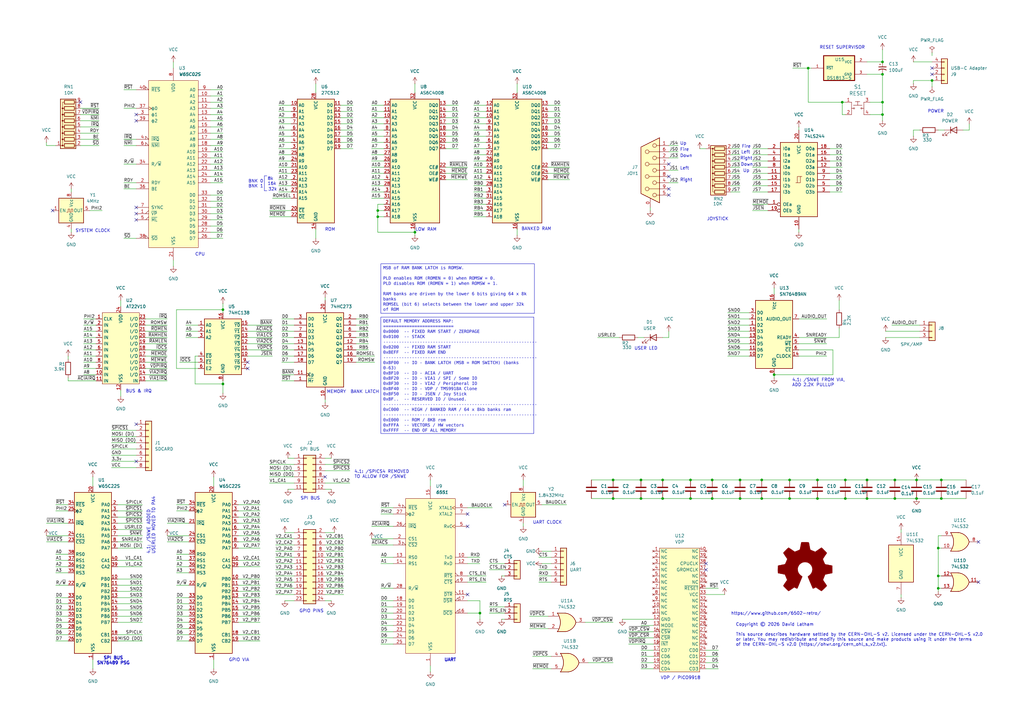
<source format=kicad_sch>
(kicad_sch (version 20250114) (generator "eeschema") (generator_version "9.0")
  (paper "A3")
  (title_block (title "6502-Retro!") (date "2026-02-05") (rev "4.2"))
  (lib_symbols
    (symbol "65xx:6551" (pin_names (offset 1.016))
      (property "Reference" "U" (at -10.16 33.02 0))
      (property "Value" "6551" (at 0 0 90))
      (symbol "6551_1_1"
        (pin input input_low (at -15.24 27.94 0) (length 5.08) (name "~{RES}") (number "4"))
        (pin input clock (at -15.24 25.4 0) (length 5.08) (name "ϕ2") (number "27"))
        (pin open_collector output_low (at -15.24 20.32 0) (length 5.08) (name "~{IRQ}") (number "26"))
        (pin input line (at -15.24 15.24 0) (length 5.08) (name "CS1") (number "2"))
        (pin input input_low (at -15.24 12.7 0) (length 5.08) (name "~{CS2}") (number "3"))
        (pin input line (at -15.24 7.62 0) (length 5.08) (name "RS0") (number "13"))
        (pin input line (at -15.24 5.08 0) (length 5.08) (name "RS1") (number "14"))
        (pin input line (at -15.24 -5.08 0) (length 5.08) (name "R/~{W}") (number "28"))
        (pin bidirectional line (at -15.24 -10.16 0) (length 5.08) (name "D0") (number "18"))
        (pin bidirectional line (at -15.24 -12.7 0) (length 5.08) (name "D1") (number "19"))
        (pin bidirectional line (at -15.24 -15.24 0) (length 5.08) (name "D2") (number "20"))
        (pin bidirectional line (at -15.24 -17.78 0) (length 5.08) (name "D3") (number "21"))
        (pin bidirectional line (at -15.24 -20.32 0) (length 5.08) (name "D4") (number "22"))
        (pin bidirectional line (at -15.24 -22.86 0) (length 5.08) (name "D5") (number "23"))
        (pin bidirectional line (at -15.24 -25.4 0) (length 5.08) (name "D6") (number "24"))
        (pin bidirectional line (at -15.24 -27.94 0) (length 5.08) (name "D7") (number "25"))
        (pin power_in line (at 0 36.83 270) (length 5.08) (name "VCC") (number "15"))
        (pin power_in line (at 0 -36.83 90) (length 5.08) (name "VSS") (number "1"))
        (pin input clock (at 15.24 27.94 180) (length 5.08) (name "XTAL1") (number "6"))
        (pin output line (at 15.24 25.4 180) (length 5.08) (name "XTAL2") (number "7"))
        (pin bidirectional clock (at 15.24 20.32 180) (length 5.08) (name "RxC") (number "5"))
        (pin output line (at 15.24 7.62 180) (length 5.08) (name "TxD") (number "10"))
        (pin input line (at 15.24 5.08 180) (length 5.08) (name "RxD") (number "12"))
        (pin output output_low (at 15.24 0 180) (length 5.08) (name "~{RTS}") (number "8"))
        (pin input input_low (at 15.24 -2.54 180) (length 5.08) (name "~{CTS}") (number "9"))
        (pin output output_low (at 15.24 -7.62 180) (length 5.08) (name "~{DTR}") (number "11"))
        (pin input input_low (at 15.24 -10.16 180) (length 5.08) (name "~{DSR}") (number "17"))
        (pin input input_low (at 15.24 -15.24 180) (length 5.08) (name "~{DCD}") (number "16"))
      )
    )
    (symbol "65xx:W65C02SxP" (pin_names (offset 1.016))
      (property "Reference" "U" (at -10.16 35.56 0))
      (property "Value" "W65C02SxP" (at 0 0 90))
      (symbol "W65C02SxP_1_1"
        (pin input input_low (at -15.24 30.48 0) (length 5.08) (name "~{RES}") (number "40"))
        (pin input clock (at -15.24 22.86 0) (length 5.08) (name "ϕ0") (number "37"))
        (pin output line (at -15.24 20.32 0) (length 5.08) (name "ϕ1") (number "3"))
        (pin output line (at -15.24 17.78 0) (length 5.08) (name "ϕ2") (number "39"))
        (pin input input_low (at -15.24 10.16 0) (length 5.08) (name "~{IRQ}") (number "4"))
        (pin input input_low (at -15.24 7.62 0) (length 5.08) (name "~{NMI}") (number "6"))
        (pin tri_state line (at -15.24 0 0) (length 5.08) (name "R/~{W}") (number "34"))
        (pin open_collector line (at -15.24 -7.62 0) (length 5.08) (name "RDY") (number "2"))
        (pin input line (at -15.24 -10.16 0) (length 5.08) (name "BE") (number "36"))
        (pin output line (at -15.24 -17.78 0) (length 5.08) (name "SYNC") (number "7"))
        (pin output output_low (at -15.24 -20.32 0) (length 5.08) (name "~{VP}") (number "1"))
        (pin output output_low (at -15.24 -22.86 0) (length 5.08) (name "~{ML}") (number "5"))
        (pin input input_low (at -15.24 -30.48 0) (length 5.08) (name "~{SO}") (number "38"))
        (pin no_connect non_logic (at -10.16 -27.94 0) (length 2.54) (hide yes) (name "nc") (number "35"))
        (pin power_in line (at 0 39.37 270) (length 5.08) (name "VDD") (number "8"))
        (pin power_in line (at 0 -39.37 90) (length 5.08) (name "VSS") (number "21"))
        (pin tri_state line (at 15.24 30.48 180) (length 5.08) (name "A0") (number "9"))
        (pin tri_state line (at 15.24 27.94 180) (length 5.08) (name "A1") (number "10"))
        (pin tri_state line (at 15.24 25.4 180) (length 5.08) (name "A2") (number "11"))
        (pin tri_state line (at 15.24 22.86 180) (length 5.08) (name "A3") (number "12"))
        (pin tri_state line (at 15.24 20.32 180) (length 5.08) (name "A4") (number "13"))
        (pin tri_state line (at 15.24 17.78 180) (length 5.08) (name "A5") (number "14"))
        (pin tri_state line (at 15.24 15.24 180) (length 5.08) (name "A6") (number "15"))
        (pin tri_state line (at 15.24 12.7 180) (length 5.08) (name "A7") (number "16"))
        (pin tri_state line (at 15.24 10.16 180) (length 5.08) (name "A8") (number "17"))
        (pin tri_state line (at 15.24 7.62 180) (length 5.08) (name "A9") (number "18"))
        (pin tri_state line (at 15.24 5.08 180) (length 5.08) (name "A10") (number "19"))
        (pin tri_state line (at 15.24 2.54 180) (length 5.08) (name "A11") (number "20"))
        (pin tri_state line (at 15.24 0 180) (length 5.08) (name "A12") (number "22"))
        (pin tri_state line (at 15.24 -2.54 180) (length 5.08) (name "A13") (number "23"))
        (pin tri_state line (at 15.24 -5.08 180) (length 5.08) (name "A14") (number "24"))
        (pin tri_state line (at 15.24 -7.62 180) (length 5.08) (name "A15") (number "25"))
        (pin bidirectional line (at 15.24 -12.7 180) (length 5.08) (name "D0") (number "33"))
        (pin bidirectional line (at 15.24 -15.24 180) (length 5.08) (name "D1") (number "32"))
        (pin bidirectional line (at 15.24 -17.78 180) (length 5.08) (name "D2") (number "31"))
        (pin bidirectional line (at 15.24 -20.32 180) (length 5.08) (name "D3") (number "30"))
        (pin bidirectional line (at 15.24 -22.86 180) (length 5.08) (name "D4") (number "29"))
        (pin bidirectional line (at 15.24 -25.4 180) (length 5.08) (name "D5") (number "28"))
        (pin bidirectional line (at 15.24 -27.94 180) (length 5.08) (name "D6") (number "27"))
        (pin bidirectional line (at 15.24 -30.48 180) (length 5.08) (name "D7") (number "26"))
      )
    )
    (symbol "74xx:74HC138"
      (property "Reference" "U" (at -7.62 13.97 0))
      (property "Value" "74HC138" (at 2.54 -11.43 0))
      (symbol "74HC138_1_1"
        (pin input line (at -10.16 10.16 0) (length 2.54) (name "A0") (number "1"))
        (pin input line (at -10.16 7.62 0) (length 2.54) (name "A1") (number "2"))
        (pin input line (at -10.16 5.08 0) (length 2.54) (name "A2") (number "3"))
        (pin input line (at -10.16 -2.54 0) (length 2.54) (name "~{E0}") (number "4"))
        (pin input line (at -10.16 -5.08 0) (length 2.54) (name "~{E1}") (number "5"))
        (pin input line (at -10.16 -7.62 0) (length 2.54) (name "E2") (number "6"))
        (pin power_in line (at 0 15.24 270) (length 2.54) (name "VCC") (number "16"))
        (pin power_in line (at 0 -12.7 90) (length 2.54) (name "GND") (number "8"))
        (pin output line (at 10.16 10.16 180) (length 2.54) (name "~{Y0}") (number "15"))
        (pin output line (at 10.16 7.62 180) (length 2.54) (name "~{Y1}") (number "14"))
        (pin output line (at 10.16 5.08 180) (length 2.54) (name "~{Y2}") (number "13"))
        (pin output line (at 10.16 2.54 180) (length 2.54) (name "~{Y3}") (number "12"))
        (pin output line (at 10.16 0 180) (length 2.54) (name "~{Y4}") (number "11"))
        (pin output line (at 10.16 -2.54 180) (length 2.54) (name "~{Y5}") (number "10"))
        (pin output line (at 10.16 -5.08 180) (length 2.54) (name "~{Y6}") (number "9"))
        (pin output line (at 10.16 -7.62 180) (length 2.54) (name "~{Y7}") (number "7"))
      )
    )
    (symbol "74xx:74HC273"
      (property "Reference" "U" (at -7.62 16.51 0))
      (property "Value" "74HC273" (at -7.62 -16.51 0))
      (symbol "74HC273_1_0"
        (pin input line (at -12.7 12.7 0) (length 5.08) (name "D0") (number "3"))
        (pin input line (at -12.7 10.16 0) (length 5.08) (name "D1") (number "4"))
        (pin input line (at -12.7 7.62 0) (length 5.08) (name "D2") (number "7"))
        (pin input line (at -12.7 5.08 0) (length 5.08) (name "D3") (number "8"))
        (pin input line (at -12.7 2.54 0) (length 5.08) (name "D4") (number "13"))
        (pin input line (at -12.7 0 0) (length 5.08) (name "D5") (number "14"))
        (pin input line (at -12.7 -2.54 0) (length 5.08) (name "D6") (number "17"))
        (pin input line (at -12.7 -5.08 0) (length 5.08) (name "D7") (number "18"))
        (pin input clock (at -12.7 -10.16 0) (length 5.08) (name "Cp") (number "11"))
        (pin input line (at -12.7 -12.7 0) (length 5.08) (name "~{Mr}") (number "1"))
        (pin power_in line (at 0 20.32 270) (length 5.08) (name "VCC") (number "20"))
        (pin power_in line (at 0 -20.32 90) (length 5.08) (name "GND") (number "10"))
        (pin output line (at 12.7 12.7 180) (length 5.08) (name "Q0") (number "2"))
        (pin output line (at 12.7 10.16 180) (length 5.08) (name "Q1") (number "5"))
        (pin output line (at 12.7 7.62 180) (length 5.08) (name "Q2") (number "6"))
        (pin output line (at 12.7 5.08 180) (length 5.08) (name "Q3") (number "9"))
        (pin output line (at 12.7 2.54 180) (length 5.08) (name "Q4") (number "12"))
        (pin output line (at 12.7 0 180) (length 5.08) (name "Q5") (number "15"))
        (pin output line (at 12.7 -2.54 180) (length 5.08) (name "Q6") (number "16"))
        (pin output line (at 12.7 -5.08 180) (length 5.08) (name "Q7") (number "19"))
      )
    )
    (symbol "74xx:74LS244" (pin_names (offset 1.016))
      (property "Reference" "U" (at -7.62 16.51 0))
      (property "Value" "74LS244" (at -7.62 -16.51 0))
      (symbol "74LS244_1_0"
        (pin input line (at -12.7 12.7 0) (length 5.08) (name "I0a") (number "2"))
        (pin input line (at -12.7 10.16 0) (length 5.08) (name "I1a") (number "4"))
        (pin input line (at -12.7 7.62 0) (length 5.08) (name "I2a") (number "6"))
        (pin input line (at -12.7 5.08 0) (length 5.08) (name "I3a") (number "8"))
        (pin input line (at -12.7 2.54 0) (length 5.08) (name "I0b") (number "11"))
        (pin input line (at -12.7 0 0) (length 5.08) (name "I1b") (number "13"))
        (pin input line (at -12.7 -2.54 0) (length 5.08) (name "I2b") (number "15"))
        (pin input line (at -12.7 -5.08 0) (length 5.08) (name "I3b") (number "17"))
        (pin input inverted (at -12.7 -10.16 0) (length 5.08) (name "OEa") (number "1"))
        (pin input inverted (at -12.7 -12.7 0) (length 5.08) (name "OEb") (number "19"))
        (pin power_in line (at 0 20.32 270) (length 5.08) (name "VCC") (number "20"))
        (pin power_in line (at 0 -20.32 90) (length 5.08) (name "GND") (number "10"))
        (pin tri_state line (at 12.7 12.7 180) (length 5.08) (name "O0a") (number "18"))
        (pin tri_state line (at 12.7 10.16 180) (length 5.08) (name "O1a") (number "16"))
        (pin tri_state line (at 12.7 7.62 180) (length 5.08) (name "O2a") (number "14"))
        (pin tri_state line (at 12.7 5.08 180) (length 5.08) (name "O3a") (number "12"))
        (pin tri_state line (at 12.7 2.54 180) (length 5.08) (name "O0b") (number "9"))
        (pin tri_state line (at 12.7 0 180) (length 5.08) (name "O1b") (number "7"))
        (pin tri_state line (at 12.7 -2.54 180) (length 5.08) (name "O2b") (number "5"))
        (pin tri_state line (at 12.7 -5.08 180) (length 5.08) (name "O3b") (number "3"))
      )
    )
    (symbol "74xx:74LS32" (pin_names (offset 1.016))
      (property "Reference" "U" (at 0 1.27 0))
      (property "Value" "74LS32" (at 0 -1.27 0))
      (symbol "74LS32_1_1"
        (pin input line (at -7.62 2.54 0) (length 4.318) (name "~") (number "1"))
        (pin input line (at -7.62 -2.54 0) (length 4.318) (name "~") (number "2"))
        (pin output line (at 7.62 0 180) (length 3.81) (name "~") (number "3"))
      )
      (symbol "74LS32_1_2"
        (pin input inverted (at -7.62 2.54 0) (length 3.81) (name "~") (number "1"))
        (pin input inverted (at -7.62 -2.54 0) (length 3.81) (name "~") (number "2"))
        (pin output inverted (at 7.62 0 180) (length 3.81) (name "~") (number "3"))
      )
      (symbol "74LS32_2_1"
        (pin input line (at -7.62 2.54 0) (length 4.318) (name "~") (number "4"))
        (pin input line (at -7.62 -2.54 0) (length 4.318) (name "~") (number "5"))
        (pin output line (at 7.62 0 180) (length 3.81) (name "~") (number "6"))
      )
      (symbol "74LS32_2_2"
        (pin input inverted (at -7.62 2.54 0) (length 3.81) (name "~") (number "4"))
        (pin input inverted (at -7.62 -2.54 0) (length 3.81) (name "~") (number "5"))
        (pin output inverted (at 7.62 0 180) (length 3.81) (name "~") (number "6"))
      )
      (symbol "74LS32_3_1"
        (pin input line (at -7.62 2.54 0) (length 4.318) (name "~") (number "9"))
        (pin input line (at -7.62 -2.54 0) (length 4.318) (name "~") (number "10"))
        (pin output line (at 7.62 0 180) (length 3.81) (name "~") (number "8"))
      )
      (symbol "74LS32_3_2"
        (pin input inverted (at -7.62 2.54 0) (length 3.81) (name "~") (number "9"))
        (pin input inverted (at -7.62 -2.54 0) (length 3.81) (name "~") (number "10"))
        (pin output inverted (at 7.62 0 180) (length 3.81) (name "~") (number "8"))
      )
      (symbol "74LS32_4_1"
        (pin input line (at -7.62 2.54 0) (length 4.318) (name "~") (number "12"))
        (pin input line (at -7.62 -2.54 0) (length 4.318) (name "~") (number "13"))
        (pin output line (at 7.62 0 180) (length 3.81) (name "~") (number "11"))
      )
      (symbol "74LS32_4_2"
        (pin input inverted (at -7.62 2.54 0) (length 3.81) (name "~") (number "12"))
        (pin input inverted (at -7.62 -2.54 0) (length 3.81) (name "~") (number "13"))
        (pin output inverted (at 7.62 0 180) (length 3.81) (name "~") (number "11"))
      )
      (symbol "74LS32_5_0"
        (pin power_in line (at 0 12.7 270) (length 5.08) (name "VCC") (number "14"))
        (pin power_in line (at 0 -12.7 90) (length 5.08) (name "GND") (number "7"))
      )
    )
    (symbol "Audio:SN76489AN"
      (property "Reference" "U" (at -6.604 16.764 0))
      (property "Value" "SN76489AN" (at 7.112 16.764 0))
      (symbol "SN76489AN_1_1"
        (pin input line (at -10.16 10.16 0) (length 2.54) (name "D0") (number "3"))
        (pin input line (at -10.16 7.62 0) (length 2.54) (name "D1") (number "2"))
        (pin input line (at -10.16 5.08 0) (length 2.54) (name "D2") (number "1"))
        (pin input line (at -10.16 2.54 0) (length 2.54) (name "D3") (number "15"))
        (pin input line (at -10.16 0 0) (length 2.54) (name "D4") (number "13"))
        (pin input line (at -10.16 -2.54 0) (length 2.54) (name "D5") (number "12"))
        (pin input line (at -10.16 -5.08 0) (length 2.54) (name "D6") (number "11"))
        (pin input line (at -10.16 -7.62 0) (length 2.54) (name "D7") (number "10"))
        (pin power_in line (at 0 17.78 270) (length 2.54) (name "V_{CC}") (number "16"))
        (pin power_in line (at 0 -15.24 90) (length 2.54) (name "GND") (number "8"))
        (pin output line (at 10.16 7.62 180) (length 2.54) (name "AUDIO_OUT") (number "7"))
        (pin no_connect line (at 10.16 5.08 180) (length 2.54) (hide yes) (name "NC") (number "9"))
        (pin open_collector line (at 10.16 0 180) (length 2.54) (name "READY") (number "4"))
        (pin input line (at 10.16 -2.54 180) (length 2.54) (name "~{WE}") (number "5"))
        (pin input line (at 10.16 -5.08 180) (length 2.54) (name "~{CE}") (number "6"))
        (pin input line (at 10.16 -7.62 180) (length 2.54) (name "CLOCK") (number "14"))
      )
    )
    (symbol "Connector:DE9_Socket_MountingHoles" (pin_names (offset 1.016) (hide yes))
      (property "Reference" "J" (at 0 16.51 0))
      (property "Value" "DE9_Socket_MountingHoles" (at 0 14.605 0))
      (symbol "DE9_Socket_MountingHoles_1_1"
        (pin passive line (at -7.62 10.16 0) (length 3.81) (name "1") (number "1"))
        (pin passive line (at -7.62 7.62 0) (length 3.81) (name "6") (number "6"))
        (pin passive line (at -7.62 5.08 0) (length 3.81) (name "2") (number "2"))
        (pin passive line (at -7.62 2.54 0) (length 3.81) (name "7") (number "7"))
        (pin passive line (at -7.62 0 0) (length 3.81) (name "3") (number "3"))
        (pin passive line (at -7.62 -2.54 0) (length 3.81) (name "8") (number "8"))
        (pin passive line (at -7.62 -5.08 0) (length 3.81) (name "4") (number "4"))
        (pin passive line (at -7.62 -7.62 0) (length 3.81) (name "9") (number "9"))
        (pin passive line (at -7.62 -10.16 0) (length 3.81) (name "5") (number "5"))
        (pin passive line (at 0 -15.24 90) (length 3.81) (name "PAD") (number "0"))
      )
    )
    (symbol "Connector_Generic:Conn_01x03" (pin_names (offset 1.016) (hide yes))
      (property "Reference" "J" (at 0 5.08 0))
      (property "Value" "Conn_01x03" (at 0 -5.08 0))
      (symbol "Conn_01x03_1_1"
        (pin passive line (at -5.08 2.54 0) (length 3.81) (name "Pin_1") (number "1"))
        (pin passive line (at -5.08 0 0) (length 3.81) (name "Pin_2") (number "2"))
        (pin passive line (at -5.08 -2.54 0) (length 3.81) (name "Pin_3") (number "3"))
      )
    )
    (symbol "Connector_Generic:Conn_01x04" (pin_names (offset 1.016) (hide yes))
      (property "Reference" "J" (at 0 5.08 0))
      (property "Value" "Conn_01x04" (at 0 -7.62 0))
      (symbol "Conn_01x04_1_1"
        (pin passive line (at -5.08 2.54 0) (length 3.81) (name "Pin_1") (number "1"))
        (pin passive line (at -5.08 0 0) (length 3.81) (name "Pin_2") (number "2"))
        (pin passive line (at -5.08 -2.54 0) (length 3.81) (name "Pin_3") (number "3"))
        (pin passive line (at -5.08 -5.08 0) (length 3.81) (name "Pin_4") (number "4"))
      )
    )
    (symbol "Connector_Generic:Conn_01x06" (pin_names (offset 1.016) (hide yes))
      (property "Reference" "J" (at 0 7.62 0))
      (property "Value" "Conn_01x06" (at 0 -10.16 0))
      (symbol "Conn_01x06_1_1"
        (pin passive line (at -5.08 5.08 0) (length 3.81) (name "Pin_1") (number "1"))
        (pin passive line (at -5.08 2.54 0) (length 3.81) (name "Pin_2") (number "2"))
        (pin passive line (at -5.08 0 0) (length 3.81) (name "Pin_3") (number "3"))
        (pin passive line (at -5.08 -2.54 0) (length 3.81) (name "Pin_4") (number "4"))
        (pin passive line (at -5.08 -5.08 0) (length 3.81) (name "Pin_5") (number "5"))
        (pin passive line (at -5.08 -7.62 0) (length 3.81) (name "Pin_6") (number "6"))
      )
    )
    (symbol "Connector_Generic:Conn_01x08" (pin_names (offset 1.016) (hide yes))
      (property "Reference" "J" (at 0 10.16 0))
      (property "Value" "Conn_01x08" (at 0 -12.7 0))
      (symbol "Conn_01x08_1_1"
        (pin passive line (at -5.08 7.62 0) (length 3.81) (name "Pin_1") (number "1"))
        (pin passive line (at -5.08 5.08 0) (length 3.81) (name "Pin_2") (number "2"))
        (pin passive line (at -5.08 2.54 0) (length 3.81) (name "Pin_3") (number "3"))
        (pin passive line (at -5.08 0 0) (length 3.81) (name "Pin_4") (number "4"))
        (pin passive line (at -5.08 -2.54 0) (length 3.81) (name "Pin_5") (number "5"))
        (pin passive line (at -5.08 -5.08 0) (length 3.81) (name "Pin_6") (number "6"))
        (pin passive line (at -5.08 -7.62 0) (length 3.81) (name "Pin_7") (number "7"))
        (pin passive line (at -5.08 -10.16 0) (length 3.81) (name "Pin_8") (number "8"))
      )
    )
    (symbol "Connector_Generic:Conn_02x06_Odd_Even" (pin_names (offset 1.016) (hide yes))
      (property "Reference" "J" (at 1.27 7.62 0))
      (property "Value" "Conn_02x06_Odd_Even" (at 1.27 -10.16 0))
      (symbol "Conn_02x06_Odd_Even_1_1"
        (pin passive line (at -5.08 5.08 0) (length 3.81) (name "Pin_1") (number "1"))
        (pin passive line (at -5.08 2.54 0) (length 3.81) (name "Pin_3") (number "3"))
        (pin passive line (at -5.08 0 0) (length 3.81) (name "Pin_5") (number "5"))
        (pin passive line (at -5.08 -2.54 0) (length 3.81) (name "Pin_7") (number "7"))
        (pin passive line (at -5.08 -5.08 0) (length 3.81) (name "Pin_9") (number "9"))
        (pin passive line (at -5.08 -7.62 0) (length 3.81) (name "Pin_11") (number "11"))
        (pin passive line (at 7.62 5.08 180) (length 3.81) (name "Pin_2") (number "2"))
        (pin passive line (at 7.62 2.54 180) (length 3.81) (name "Pin_4") (number "4"))
        (pin passive line (at 7.62 0 180) (length 3.81) (name "Pin_6") (number "6"))
        (pin passive line (at 7.62 -2.54 180) (length 3.81) (name "Pin_8") (number "8"))
        (pin passive line (at 7.62 -5.08 180) (length 3.81) (name "Pin_10") (number "10"))
        (pin passive line (at 7.62 -7.62 180) (length 3.81) (name "Pin_12") (number "12"))
      )
    )
    (symbol "Connector_Generic:Conn_02x12_Odd_Even" (pin_names (offset 1.016) (hide yes))
      (property "Reference" "J" (at 1.27 15.24 0))
      (property "Value" "Conn_02x12_Odd_Even" (at 1.27 -17.78 0))
      (symbol "Conn_02x12_Odd_Even_1_1"
        (pin passive line (at -5.08 12.7 0) (length 3.81) (name "Pin_1") (number "1"))
        (pin passive line (at -5.08 10.16 0) (length 3.81) (name "Pin_3") (number "3"))
        (pin passive line (at -5.08 7.62 0) (length 3.81) (name "Pin_5") (number "5"))
        (pin passive line (at -5.08 5.08 0) (length 3.81) (name "Pin_7") (number "7"))
        (pin passive line (at -5.08 2.54 0) (length 3.81) (name "Pin_9") (number "9"))
        (pin passive line (at -5.08 0 0) (length 3.81) (name "Pin_11") (number "11"))
        (pin passive line (at -5.08 -2.54 0) (length 3.81) (name "Pin_13") (number "13"))
        (pin passive line (at -5.08 -5.08 0) (length 3.81) (name "Pin_15") (number "15"))
        (pin passive line (at -5.08 -7.62 0) (length 3.81) (name "Pin_17") (number "17"))
        (pin passive line (at -5.08 -10.16 0) (length 3.81) (name "Pin_19") (number "19"))
        (pin passive line (at -5.08 -12.7 0) (length 3.81) (name "Pin_21") (number "21"))
        (pin passive line (at -5.08 -15.24 0) (length 3.81) (name "Pin_23") (number "23"))
        (pin passive line (at 7.62 12.7 180) (length 3.81) (name "Pin_2") (number "2"))
        (pin passive line (at 7.62 10.16 180) (length 3.81) (name "Pin_4") (number "4"))
        (pin passive line (at 7.62 7.62 180) (length 3.81) (name "Pin_6") (number "6"))
        (pin passive line (at 7.62 5.08 180) (length 3.81) (name "Pin_8") (number "8"))
        (pin passive line (at 7.62 2.54 180) (length 3.81) (name "Pin_10") (number "10"))
        (pin passive line (at 7.62 0 180) (length 3.81) (name "Pin_12") (number "12"))
        (pin passive line (at 7.62 -2.54 180) (length 3.81) (name "Pin_14") (number "14"))
        (pin passive line (at 7.62 -5.08 180) (length 3.81) (name "Pin_16") (number "16"))
        (pin passive line (at 7.62 -7.62 180) (length 3.81) (name "Pin_18") (number "18"))
        (pin passive line (at 7.62 -10.16 180) (length 3.81) (name "Pin_20") (number "20"))
        (pin passive line (at 7.62 -12.7 180) (length 3.81) (name "Pin_22") (number "22"))
        (pin passive line (at 7.62 -15.24 180) (length 3.81) (name "Pin_24") (number "24"))
      )
    )
    (symbol "DS1813-5:DS1813-5" (pin_names (offset 1.016))
      (property "Reference" "U" (at -0.762 6.35 0))
      (property "Value" "DS1813-5" (at -5.08 -7.62 0))
      (symbol "DS1813-5_0_0"
        (pin bidirectional line (at -11.43 0 0) (length 5.08) (name "~{RST}") (number "1"))
        (pin power_in line (at 11.43 2.54 180) (length 5.08) (name "VCC") (number "2"))
        (pin power_in line (at 11.43 -2.54 180) (length 5.08) (name "GND") (number "3"))
      )
    )
    (symbol "Device:C" (pin_numbers (hide yes)) (pin_names (offset 0.254))
      (property "Reference" "C" (at 0.635 2.54 0))
      (property "Value" "C" (at 0.635 -2.54 0))
      (symbol "C_1_1"
        (pin passive line (at 0 3.81 270) (length 2.794) (name "~") (number "1"))
        (pin passive line (at 0 -3.81 90) (length 2.794) (name "~") (number "2"))
      )
    )
    (symbol "Device:C_Polarized_Small_US" (pin_numbers (hide yes)) (pin_names (offset 0.254) (hide yes))
      (property "Reference" "C" (at 0.254 1.778 0))
      (property "Value" "C_Polarized_Small_US" (at 0.254 -2.032 0))
      (symbol "C_Polarized_Small_US_1_1"
        (pin passive line (at 0 2.54 270) (length 2.032) (name "~") (number "1"))
        (pin passive line (at 0 -2.54 90) (length 2.032) (name "~") (number "2"))
      )
    )
    (symbol "Device:LED" (pin_numbers (hide yes)) (pin_names (offset 1.016) (hide yes))
      (property "Reference" "D" (at 0 2.54 0))
      (property "Value" "LED" (at 0 -2.54 0))
      (symbol "LED_1_1"
        (pin passive line (at -3.81 0 0) (length 2.54) (name "K") (number "1"))
        (pin passive line (at 3.81 0 180) (length 2.54) (name "A") (number "2"))
      )
    )
    (symbol "Device:R" (pin_numbers (hide yes)) (pin_names (offset 0))
      (property "Reference" "R" (at 2.032 0 90))
      (property "Value" "R" (at 0 0 90))
      (symbol "R_1_1"
        (pin passive line (at 0 3.81 270) (length 1.27) (name "~") (number "1"))
        (pin passive line (at 0 -3.81 90) (length 1.27) (name "~") (number "2"))
      )
    )
    (symbol "Device:R_Network08" (pin_names (offset 0) (hide yes))
      (property "Reference" "RN" (at -12.7 0 90))
      (property "Value" "R_Network08" (at 10.16 0 90))
      (symbol "R_Network08_1_1"
        (pin passive line (at -10.16 5.08 270) (length 2.54) (name "common") (number "1"))
        (pin passive line (at -10.16 -5.08 90) (length 1.27) (name "R1") (number "2"))
        (pin passive line (at -7.62 -5.08 90) (length 1.27) (name "R2") (number "3"))
        (pin passive line (at -5.08 -5.08 90) (length 1.27) (name "R3") (number "4"))
        (pin passive line (at -2.54 -5.08 90) (length 1.27) (name "R4") (number "5"))
        (pin passive line (at 0 -5.08 90) (length 1.27) (name "R5") (number "6"))
        (pin passive line (at 2.54 -5.08 90) (length 1.27) (name "R6") (number "7"))
        (pin passive line (at 5.08 -5.08 90) (length 1.27) (name "R7") (number "8"))
        (pin passive line (at 7.62 -5.08 90) (length 1.27) (name "R8") (number "9"))
      )
    )
    (symbol "Graphic:Logo_Open_Hardware_Large" (in_bom no) (on_board no))
    (symbol "Library:AT22V10"
      (property "Reference" "U2" (at 2.1433 5.08 0))
      (property "Value" "AT22V10" (at 2.1433 2.54 0))
      (symbol "AT22V10_1_1"
        (pin input line (at -10.16 -2.54 0) (length 2.54) (name "CLK") (number "1"))
        (pin input line (at -10.16 -5.08 0) (length 2.54) (name "IN") (number "2"))
        (pin input line (at -10.16 -7.62 0) (length 2.54) (name "IN") (number "3"))
        (pin input line (at -10.16 -10.16 0) (length 2.54) (name "IN") (number "4"))
        (pin input line (at -10.16 -12.7 0) (length 2.54) (name "IN") (number "5"))
        (pin input line (at -10.16 -15.24 0) (length 2.54) (name "IN") (number "6"))
        (pin input line (at -10.16 -17.78 0) (length 2.54) (name "IN") (number "7"))
        (pin input line (at -10.16 -20.32 0) (length 2.54) (name "IN") (number "8"))
        (pin input line (at -10.16 -22.86 0) (length 2.54) (name "IN") (number "9"))
        (pin input line (at -10.16 -25.4 0) (length 2.54) (name "IN") (number "10"))
        (pin input line (at -10.16 -27.94 0) (length 2.54) (name "IN") (number "11"))
        (pin power_in line (at 0 2.54 270) (length 2.54) (name "VDD") (number "24"))
        (pin power_in line (at 0 -31.75 90) (length 2.54) (name "VSS") (number "12"))
        (pin bidirectional line (at 10.16 -2.54 180) (length 2.54) (name "I/O") (number "23"))
        (pin bidirectional line (at 10.16 -5.08 180) (length 2.54) (name "I/O") (number "22"))
        (pin bidirectional line (at 10.16 -7.62 180) (length 2.54) (name "I/O") (number "21"))
        (pin bidirectional line (at 10.16 -10.16 180) (length 2.54) (name "I/O") (number "20"))
        (pin bidirectional line (at 10.16 -12.7 180) (length 2.54) (name "I/O") (number "19"))
        (pin bidirectional line (at 10.16 -15.24 180) (length 2.54) (name "I/O") (number "18"))
        (pin bidirectional line (at 10.16 -17.78 180) (length 2.54) (name "I/O") (number "17"))
        (pin bidirectional line (at 10.16 -20.32 180) (length 2.54) (name "I/O") (number "16"))
        (pin bidirectional line (at 10.16 -22.86 180) (length 2.54) (name "I/O") (number "15"))
        (pin bidirectional line (at 10.16 -25.4 180) (length 2.54) (name "I/O") (number "14"))
        (pin input line (at 10.16 -27.94 180) (length 2.54) (name "IN") (number "13"))
      )
    )
    (symbol "Memory_EPROM:27C512"
      (property "Reference" "U" (at -7.62 26.67 0))
      (property "Value" "27C512" (at 2.54 -26.67 0))
      (symbol "27C512_1_1"
        (pin input line (at -10.16 22.86 0) (length 2.54) (name "A0") (number "10"))
        (pin input line (at -10.16 20.32 0) (length 2.54) (name "A1") (number "9"))
        (pin input line (at -10.16 17.78 0) (length 2.54) (name "A2") (number "8"))
        (pin input line (at -10.16 15.24 0) (length 2.54) (name "A3") (number "7"))
        (pin input line (at -10.16 12.7 0) (length 2.54) (name "A4") (number "6"))
        (pin input line (at -10.16 10.16 0) (length 2.54) (name "A5") (number "5"))
        (pin input line (at -10.16 7.62 0) (length 2.54) (name "A6") (number "4"))
        (pin input line (at -10.16 5.08 0) (length 2.54) (name "A7") (number "3"))
        (pin input line (at -10.16 2.54 0) (length 2.54) (name "A8") (number "25"))
        (pin input line (at -10.16 0 0) (length 2.54) (name "A9") (number "24"))
        (pin input line (at -10.16 -2.54 0) (length 2.54) (name "A10") (number "21"))
        (pin input line (at -10.16 -5.08 0) (length 2.54) (name "A11") (number "23"))
        (pin input line (at -10.16 -7.62 0) (length 2.54) (name "A12") (number "2"))
        (pin input line (at -10.16 -10.16 0) (length 2.54) (name "A13") (number "26"))
        (pin input line (at -10.16 -12.7 0) (length 2.54) (name "A14") (number "27"))
        (pin input line (at -10.16 -15.24 0) (length 2.54) (name "A15") (number "1"))
        (pin input line (at -10.16 -20.32 0) (length 2.54) (name "~{CE}") (number "20"))
        (pin input line (at -10.16 -22.86 0) (length 2.54) (name "~{OE}") (number "22"))
        (pin power_in line (at 0 27.94 270) (length 2.54) (name "VCC") (number "28"))
        (pin power_in line (at 0 -27.94 90) (length 2.54) (name "GND") (number "14"))
        (pin tri_state line (at 10.16 22.86 180) (length 2.54) (name "D0") (number "11"))
        (pin tri_state line (at 10.16 20.32 180) (length 2.54) (name "D1") (number "12"))
        (pin tri_state line (at 10.16 17.78 180) (length 2.54) (name "D2") (number "13"))
        (pin tri_state line (at 10.16 15.24 180) (length 2.54) (name "D3") (number "15"))
        (pin tri_state line (at 10.16 12.7 180) (length 2.54) (name "D4") (number "16"))
        (pin tri_state line (at 10.16 10.16 180) (length 2.54) (name "D5") (number "17"))
        (pin tri_state line (at 10.16 7.62 180) (length 2.54) (name "D6") (number "18"))
        (pin tri_state line (at 10.16 5.08 180) (length 2.54) (name "D7") (number "19"))
      )
    )
    (symbol "Memory_RAM:AS6C4008-55PCN"
      (property "Reference" "U" (at -10.16 26.035 0))
      (property "Value" "AS6C4008-55PCN" (at 2.54 26.035 0))
      (symbol "AS6C4008-55PCN_0_0"
        (pin power_in line (at 0 27.94 270) (length 2.54) (name "VCC") (number "32"))
        (pin power_in line (at 0 -27.94 90) (length 2.54) (name "VSS") (number "16"))
      )
      (symbol "AS6C4008-55PCN_1_1"
        (pin input line (at -12.7 22.86 0) (length 2.54) (name "A0") (number "12"))
        (pin input line (at -12.7 20.32 0) (length 2.54) (name "A1") (number "11"))
        (pin input line (at -12.7 17.78 0) (length 2.54) (name "A2") (number "10"))
        (pin input line (at -12.7 15.24 0) (length 2.54) (name "A3") (number "9"))
        (pin input line (at -12.7 12.7 0) (length 2.54) (name "A4") (number "8"))
        (pin input line (at -12.7 10.16 0) (length 2.54) (name "A5") (number "7"))
        (pin input line (at -12.7 7.62 0) (length 2.54) (name "A6") (number "6"))
        (pin input line (at -12.7 5.08 0) (length 2.54) (name "A7") (number "5"))
        (pin input line (at -12.7 2.54 0) (length 2.54) (name "A8") (number "27"))
        (pin input line (at -12.7 0 0) (length 2.54) (name "A9") (number "26"))
        (pin input line (at -12.7 -2.54 0) (length 2.54) (name "A10") (number "23"))
        (pin input line (at -12.7 -5.08 0) (length 2.54) (name "A11") (number "25"))
        (pin input line (at -12.7 -7.62 0) (length 2.54) (name "A12") (number "4"))
        (pin input line (at -12.7 -10.16 0) (length 2.54) (name "A13") (number "28"))
        (pin input line (at -12.7 -12.7 0) (length 2.54) (name "A14") (number "3"))
        (pin input line (at -12.7 -15.24 0) (length 2.54) (name "A15") (number "31"))
        (pin input line (at -12.7 -17.78 0) (length 2.54) (name "A16") (number "2"))
        (pin input line (at -12.7 -20.32 0) (length 2.54) (name "A17") (number "30"))
        (pin input line (at -12.7 -22.86 0) (length 2.54) (name "A18") (number "1"))
        (pin tri_state line (at 12.7 22.86 180) (length 2.54) (name "DQ0") (number "13"))
        (pin tri_state line (at 12.7 20.32 180) (length 2.54) (name "DQ1") (number "14"))
        (pin tri_state line (at 12.7 17.78 180) (length 2.54) (name "DQ2") (number "15"))
        (pin tri_state line (at 12.7 15.24 180) (length 2.54) (name "DQ3") (number "17"))
        (pin tri_state line (at 12.7 12.7 180) (length 2.54) (name "DQ4") (number "18"))
        (pin tri_state line (at 12.7 10.16 180) (length 2.54) (name "DQ5") (number "19"))
        (pin tri_state line (at 12.7 7.62 180) (length 2.54) (name "DQ6") (number "20"))
        (pin tri_state line (at 12.7 5.08 180) (length 2.54) (name "DQ7") (number "21"))
        (pin input line (at 12.7 -2.54 180) (length 2.54) (name "CE#") (number "22"))
        (pin input line (at 12.7 -5.08 180) (length 2.54) (name "OE#") (number "24"))
        (pin input line (at 12.7 -7.62 180) (length 2.54) (name "WE#") (number "29"))
      )
    )
    (symbol "Oscillator:CXO_DIP8" (pin_names (offset 0.254))
      (property "Reference" "Y" (at -5.08 6.35 0))
      (property "Value" "CXO_DIP8" (at 1.27 -6.35 0))
      (symbol "CXO_DIP8_1_1"
        (pin input line (at -7.62 0 0) (length 2.54) (name "EN") (number "1"))
        (pin power_in line (at 0 7.62 270) (length 2.54) (name "Vcc") (number "8"))
        (pin power_in line (at 0 -7.62 90) (length 2.54) (name "GND") (number "4"))
        (pin output line (at 7.62 0 180) (length 2.54) (name "OUT") (number "5"))
      )
    )
    (symbol "PCM_65xx-library:W65C22NxP"
      (property "Reference" "U4" (at 2.1433 38.1 0))
      (property "Value" "W65C22NxP" (at 2.1433 35.56 0))
      (symbol "W65C22NxP_1_1"
        (pin input line (at -10.16 27.94 0) (length 2.54) (name "~{RES}") (number "34"))
        (pin input clock (at -10.16 25.4 0) (length 2.54) (name "ϕ2") (number "25"))
        (pin output line (at -10.16 20.32 0) (length 2.54) (name "~{IRQ}") (number "21"))
        (pin input line (at -10.16 15.24 0) (length 2.54) (name "CS1") (number "24"))
        (pin input line (at -10.16 12.7 0) (length 2.54) (name "~{CS2}") (number "23"))
        (pin input line (at -10.16 7.62 0) (length 2.54) (name "RS0") (number "38"))
        (pin input line (at -10.16 5.08 0) (length 2.54) (name "RS1") (number "37"))
        (pin input line (at -10.16 2.54 0) (length 2.54) (name "RS2") (number "36"))
        (pin input line (at -10.16 0 0) (length 2.54) (name "RS3") (number "35"))
        (pin input line (at -10.16 -5.08 0) (length 2.54) (name "R/~{W}") (number "22"))
        (pin bidirectional line (at -10.16 -10.16 0) (length 2.54) (name "D0") (number "33"))
        (pin bidirectional line (at -10.16 -12.7 0) (length 2.54) (name "D1") (number "32"))
        (pin bidirectional line (at -10.16 -15.24 0) (length 2.54) (name "D2") (number "31"))
        (pin bidirectional line (at -10.16 -17.78 0) (length 2.54) (name "D3") (number "30"))
        (pin bidirectional line (at -10.16 -20.32 0) (length 2.54) (name "D4") (number "29"))
        (pin bidirectional line (at -10.16 -22.86 0) (length 2.54) (name "D5") (number "28"))
        (pin bidirectional line (at -10.16 -25.4 0) (length 2.54) (name "D6") (number "27"))
        (pin bidirectional line (at -10.16 -27.94 0) (length 2.54) (name "D7") (number "26"))
        (pin power_in line (at 0 35.56 270) (length 2.54) (name "VCC") (number "20"))
        (pin power_in line (at 0 -35.56 90) (length 2.54) (name "VSS") (number "1"))
        (pin bidirectional line (at 10.16 27.94 180) (length 2.54) (name "PA0") (number "2"))
        (pin bidirectional line (at 10.16 25.4 180) (length 2.54) (name "PA1") (number "3"))
        (pin bidirectional line (at 10.16 22.86 180) (length 2.54) (name "PA2") (number "4"))
        (pin bidirectional line (at 10.16 20.32 180) (length 2.54) (name "PA3") (number "5"))
        (pin bidirectional line (at 10.16 17.78 180) (length 2.54) (name "PA4") (number "6"))
        (pin bidirectional line (at 10.16 15.24 180) (length 2.54) (name "PA5") (number "7"))
        (pin bidirectional line (at 10.16 12.7 180) (length 2.54) (name "PA6") (number "8"))
        (pin bidirectional line (at 10.16 10.16 180) (length 2.54) (name "PA7") (number "9"))
        (pin input line (at 10.16 5.08 180) (length 2.54) (name "CA1") (number "40"))
        (pin bidirectional line (at 10.16 2.54 180) (length 2.54) (name "CA2") (number "39"))
        (pin bidirectional line (at 10.16 -2.54 180) (length 2.54) (name "PB0") (number "10"))
        (pin bidirectional line (at 10.16 -5.08 180) (length 2.54) (name "PB1") (number "11"))
        (pin bidirectional line (at 10.16 -7.62 180) (length 2.54) (name "PB2") (number "12"))
        (pin bidirectional line (at 10.16 -10.16 180) (length 2.54) (name "PB3") (number "13"))
        (pin bidirectional line (at 10.16 -12.7 180) (length 2.54) (name "PB4") (number "14"))
        (pin bidirectional line (at 10.16 -15.24 180) (length 2.54) (name "PB5") (number "15"))
        (pin bidirectional line (at 10.16 -17.78 180) (length 2.54) (name "PB6") (number "16"))
        (pin bidirectional line (at 10.16 -20.32 180) (length 2.54) (name "PB7") (number "17"))
        (pin input line (at 10.16 -25.4 180) (length 2.54) (name "CB1") (number "18"))
        (pin bidirectional line (at 10.16 -27.94 180) (length 2.54) (name "CB2") (number "19"))
      )
    )
    (symbol "W65C22NxP_1"
      (property "Reference" "U1" (at 2.1433 38.1 0))
      (property "Value" "W65C22NxP" (at 2.1433 35.56 0))
      (symbol "W65C22NxP_1_1_1"
        (pin input line (at -10.16 27.94 0) (length 2.54) (name "~{RES}") (number "34"))
        (pin input clock (at -10.16 25.4 0) (length 2.54) (name "ϕ2") (number "25"))
        (pin output line (at -10.16 20.32 0) (length 2.54) (name "~{IRQ}") (number "21"))
        (pin input line (at -10.16 15.24 0) (length 2.54) (name "CS1") (number "24"))
        (pin input line (at -10.16 12.7 0) (length 2.54) (name "~{CS2}") (number "23"))
        (pin input line (at -10.16 7.62 0) (length 2.54) (name "RS0") (number "38"))
        (pin input line (at -10.16 5.08 0) (length 2.54) (name "RS1") (number "37"))
        (pin input line (at -10.16 2.54 0) (length 2.54) (name "RS2") (number "36"))
        (pin input line (at -10.16 0 0) (length 2.54) (name "RS3") (number "35"))
        (pin input line (at -10.16 -5.08 0) (length 2.54) (name "R/~{W}") (number "22"))
        (pin bidirectional line (at -10.16 -10.16 0) (length 2.54) (name "D0") (number "33"))
        (pin bidirectional line (at -10.16 -12.7 0) (length 2.54) (name "D1") (number "32"))
        (pin bidirectional line (at -10.16 -15.24 0) (length 2.54) (name "D2") (number "31"))
        (pin bidirectional line (at -10.16 -17.78 0) (length 2.54) (name "D3") (number "30"))
        (pin bidirectional line (at -10.16 -20.32 0) (length 2.54) (name "D4") (number "29"))
        (pin bidirectional line (at -10.16 -22.86 0) (length 2.54) (name "D5") (number "28"))
        (pin bidirectional line (at -10.16 -25.4 0) (length 2.54) (name "D6") (number "27"))
        (pin bidirectional line (at -10.16 -27.94 0) (length 2.54) (name "D7") (number "26"))
        (pin power_in line (at 0 35.56 270) (length 2.54) (name "VCC") (number "20"))
        (pin power_in line (at 0 -35.56 90) (length 2.54) (name "VSS") (number "1"))
        (pin bidirectional line (at 10.16 27.94 180) (length 2.54) (name "PA0") (number "2"))
        (pin bidirectional line (at 10.16 25.4 180) (length 2.54) (name "PA1") (number "3"))
        (pin bidirectional line (at 10.16 22.86 180) (length 2.54) (name "PA2") (number "4"))
        (pin bidirectional line (at 10.16 20.32 180) (length 2.54) (name "PA3") (number "5"))
        (pin bidirectional line (at 10.16 17.78 180) (length 2.54) (name "PA4") (number "6"))
        (pin bidirectional line (at 10.16 15.24 180) (length 2.54) (name "PA5") (number "7"))
        (pin bidirectional line (at 10.16 12.7 180) (length 2.54) (name "PA6") (number "8"))
        (pin bidirectional line (at 10.16 10.16 180) (length 2.54) (name "PA7") (number "9"))
        (pin input line (at 10.16 5.08 180) (length 2.54) (name "CA1") (number "40"))
        (pin bidirectional line (at 10.16 2.54 180) (length 2.54) (name "CA2") (number "39"))
        (pin bidirectional line (at 10.16 -2.54 180) (length 2.54) (name "PB0") (number "10"))
        (pin bidirectional line (at 10.16 -5.08 180) (length 2.54) (name "PB1") (number "11"))
        (pin bidirectional line (at 10.16 -7.62 180) (length 2.54) (name "PB2") (number "12"))
        (pin bidirectional line (at 10.16 -10.16 180) (length 2.54) (name "PB3") (number "13"))
        (pin bidirectional line (at 10.16 -12.7 180) (length 2.54) (name "PB4") (number "14"))
        (pin bidirectional line (at 10.16 -15.24 180) (length 2.54) (name "PB5") (number "15"))
        (pin bidirectional line (at 10.16 -17.78 180) (length 2.54) (name "PB6") (number "16"))
        (pin bidirectional line (at 10.16 -20.32 180) (length 2.54) (name "PB7") (number "17"))
        (pin input line (at 10.16 -25.4 180) (length 2.54) (name "CB1") (number "18"))
        (pin bidirectional line (at 10.16 -27.94 180) (length 2.54) (name "CB2") (number "19"))
      )
    )
    (symbol "dk_Tactile-Switches:1825910-6" (pin_names (offset 1.016))
      (property "Reference" "S" (at 0 4.572 0))
      (property "Value" "dk_Tactile-Switches_1825910-6" (at 0.127 -5.08 0))
      (symbol "1825910-6_1_1"
        (pin passive line (at -5.08 2.54 0) (length 2.54) (name "~") (number "1"))
        (pin passive line (at -5.08 -2.54 0) (length 2.54) (name "~") (number "2"))
        (pin passive line (at 5.08 2.54 180) (length 2.54) (name "~") (number "3"))
        (pin passive line (at 5.08 -2.54 180) (length 2.54) (name "~") (number "4"))
      )
    )
    (symbol "power:GND" (power) (pin_numbers (hide yes)) (pin_names (offset 0) (hide yes))
      (property "Value" "GND" (at 0 -3.81 0))
      (symbol "GND_1_1"
        (pin power_in line (at 0 0 270) (length 0) (name "~") (number "1"))
      )
    )
    (symbol "power:PWR_FLAG" (power) (pin_numbers (hide yes)) (pin_names (offset 0) (hide yes))
      (property "Value" "PWR_FLAG" (at 0 3.81 0))
      (symbol "PWR_FLAG_0_0"
        (pin power_out line (at 0 0 90) (length 0) (name "~") (number "1"))
      )
    )
    (symbol "power:VCC" (power) (pin_numbers (hide yes)) (pin_names (offset 0) (hide yes))
      (property "Value" "VCC" (at 0 3.556 0))
      (symbol "VCC_1_1"
        (pin power_in line (at 0 0 90) (length 0) (name "~") (number "1"))
      )
    )
    (symbol "productiondave:F18A"
      (property "Reference" "U" (at 0 0 0))
      (property "Value" "F18A" (at 0 0 0))
      (symbol "F18A_0_0"
        (pin no_connect line (at -10.16 -3.81 0) (length 2.54) (name "NC") (number "1"))
        (pin no_connect line (at -10.16 -6.35 0) (length 2.54) (name "NC") (number "2"))
        (pin no_connect line (at -10.16 -8.89 0) (length 2.54) (name "NC") (number "3"))
        (pin no_connect line (at -10.16 -11.43 0) (length 2.54) (name "NC") (number "4"))
        (pin no_connect line (at -10.16 -13.97 0) (length 2.54) (name "NC") (number "5"))
        (pin no_connect line (at -10.16 -16.51 0) (length 2.54) (name "NC") (number "6"))
        (pin no_connect line (at -10.16 -19.05 0) (length 2.54) (name "NC") (number "7"))
        (pin no_connect line (at -10.16 -21.59 0) (length 2.54) (name "NC") (number "8"))
        (pin no_connect line (at -10.16 -24.13 0) (length 2.54) (name "NC") (number "9"))
        (pin no_connect line (at -10.16 -26.67 0) (length 2.54) (name "NC") (number "10"))
        (pin no_connect line (at -10.16 -29.21 0) (length 2.54) (name "NC") (number "11"))
        (pin power_in line (at -10.16 -31.75 0) (length 2.54) (name "GND") (number "12"))
        (pin input line (at -10.16 -34.29 0) (length 2.54) (name "MODE") (number "13"))
        (pin input input_low (at -10.16 -36.83 0) (length 2.54) (name "~{CSW}") (number "14"))
        (pin input input_low (at -10.16 -39.37 0) (length 2.54) (name "~{CSR}") (number "15"))
        (pin output output_low (at -10.16 -41.91 0) (length 2.54) (name "~{INT}") (number "16"))
        (pin bidirectional line (at -10.16 -44.45 0) (length 2.54) (name "CD7") (number "17"))
        (pin bidirectional line (at -10.16 -46.99 0) (length 2.54) (name "CD6") (number "18"))
        (pin bidirectional line (at -10.16 -49.53 0) (length 2.54) (name "CD5") (number "19"))
        (pin bidirectional line (at -10.16 -52.07 0) (length 2.54) (name "CD4") (number "20"))
        (pin no_connect line (at 11.43 -3.81 180) (length 2.54) (name "NC") (number "40"))
        (pin no_connect line (at 11.43 -6.35 180) (length 2.54) (name "NC") (number "39"))
        (pin output line (at 11.43 -8.89 180) (length 2.54) (name "CPUCLK") (number "38"))
        (pin output line (at 11.43 -11.43 180) (length 2.54) (name "GROMCLK") (number "37"))
        (pin no_connect line (at 11.43 -13.97 180) (length 2.54) (name "NC") (number "36"))
        (pin no_connect line (at 11.43 -16.51 180) (length 2.54) (name "NC") (number "35"))
        (pin input input_low (at 11.43 -19.05 180) (length 2.54) (name "~{RESET}") (number "34"))
        (pin power_in line (at 11.43 -21.59 180) (length 2.54) (name "VCC") (number "33"))
        (pin no_connect line (at 11.43 -24.13 180) (length 2.54) (name "NC") (number "32"))
        (pin no_connect line (at 11.43 -26.67 180) (length 2.54) (name "NC") (number "31"))
        (pin no_connect line (at 11.43 -29.21 180) (length 2.54) (name "NC") (number "30"))
        (pin no_connect line (at 11.43 -31.75 180) (length 2.54) (name "NC") (number "29"))
        (pin no_connect line (at 11.43 -34.29 180) (length 2.54) (name "NC") (number "28"))
        (pin no_connect line (at 11.43 -36.83 180) (length 2.54) (name "NC") (number "27"))
        (pin no_connect line (at 11.43 -39.37 180) (length 2.54) (name "NC") (number "26"))
        (pin no_connect line (at 11.43 -41.91 180) (length 2.54) (name "NC") (number "25"))
        (pin bidirectional line (at 11.43 -44.45 180) (length 2.54) (name "CD0") (number "24"))
        (pin bidirectional line (at 11.43 -46.99 180) (length 2.54) (name "CD1") (number "23"))
        (pin bidirectional line (at 11.43 -49.53 180) (length 2.54) (name "CD2") (number "22"))
        (pin bidirectional line (at 11.43 -52.07 180) (length 2.54) (name "CD3") (number "21"))
      )
    )
  )
  (text "Up" (at 278.892 58.928 0) (effects (font (size 1.27 1.27)) (justify left)))
  (text "LOW RAM" (at 174.752 94.2236 0) (effects (font (size 1.27 1.27))))
  (text "GPIO PINS" (at 127.762 250.698 0) (effects (font (size 1.27 1.27))))
  (text "USER LED" (at 264.922 143.002 0) (effects (font (size 1.27 1.27))))
  (text "4.1: /SNWE ADDED\nUSERLED MOVED TO PA4" (at 61.976 227.33 90) (effects (font (size 1.27 1.27)) (justify left)))
  (text "RESET SUPERVISOR" (at 345.44 19.558 0) (effects (font (size 1.27 1.27))))
  (text "Fire" (at 306.07 60.198 0) (effects (font (size 1.27 1.27))))
  (text "Copyright © 2026 David Latham\n\nThis source describes hardware settled by the CERN-OHL-S v2. Licensed under the CERN-OHL-S v2.0 \nor later. You may redistribute and modify this source and make products using it under the terms \nof the CERN-OHL-S v2.0 (https://ohwr.org/cern_ohl_s_v2.txt)." (at 301.752 260.35 0) (effects (font (size 1.27 1.27)) (justify left)))
  (text "Left" (at 305.816 62.484 0) (effects (font (size 1.27 1.27))))
  (text "SPI BUS\nSN76489 PSG" (at 46.482 271.018 0) (effects (font (size 1.27 1.27) (thickness 0.254) (bold yes))))
  (text "CPU" (at 82.042 104.394 0) (effects (font (size 1.27 1.27))))
  (text "Down" (at 306.324 67.564 0) (effects (font (size 1.27 1.27))))
  (text "4.1: /SPICS4 REMOVED\nTO ALLOW FOR /SNWE" (at 145.288 194.564 0) (effects (font (size 1.27 1.27)) (justify left)))
  (text "https://www.github.com/6502-retro/" (at 318.262 251.714 0) (effects (font (size 1.27 1.27))))
  (text "VDP / PICO9918" (at 279.146 278.13 0) (effects (font (size 1.27 1.27))))
  (text "16k" (at 109.728 75.438 0) (effects (font (size 1.27 1.27)) (justify left)))
  (text "Left" (at 278.892 69.088 0) (effects (font (size 1.27 1.27)) (justify left)))
  (text "ROM" (at 135.382 94.234 0) (effects (font (size 1.27 1.27))))
  (text "Right" (at 278.892 73.914 0) (effects (font (size 1.27 1.27)) (justify left)))
  (text "4.1: /SNWE FROM VIA,\nADD 2.2K PULLUP" (at 324.866 156.972 0) (effects (font (size 1.27 1.27)) (justify left)))
  (text "JOYSTICK" (at 294.386 89.916 0) (effects (font (size 1.27 1.27))))
  (text "Fire" (at 278.892 61.468 0) (effects (font (size 1.27 1.27)) (justify left)))
  (text "BUS & IRQ" (at 56.896 160.528 0) (effects (font (size 1.27 1.27))))
  (text "SYSTEM CLOCK" (at 38.1 94.742 0) (effects (font (size 1.27 1.27))))
  (text "POWER" (at 383.794 45.72 0) (effects (font (size 1.27 1.27))))
  (text "BANKED RAM" (at 219.964 93.98 0) (effects (font (size 1.27 1.27))))
  (text "8k" (at 109.728 73.406 0) (effects (font (size 1.27 1.27)) (justify left)))
  (text "BNK 0\nBNK 1" (at 104.902 75.438 0) (effects (font (size 1.27 1.27))))
  (text "SPI BUS" (at 127.254 204.47 0) (effects (font (size 1.27 1.27))))
  (text "Up" (at 306.07 70.104 0) (effects (font (size 1.27 1.27))))
  (text "UART CLOCK" (at 224.536 214.376 0) (effects (font (size 1.27 1.27))))
  (text "MEMORY  BANK LATCH" (at 144.78 160.782 0) (effects (font (size 1.27 1.27))))
  (text "32k" (at 109.982 77.724 0) (effects (font (size 1.27 1.27)) (justify left)))
  (text "UART" (at 184.658 270.764 0) (effects (font (size 1.27 1.27) (thickness 0.254) (bold yes))))
  (text "Right" (at 306.07 65.024 0) (effects (font (size 1.27 1.27))))
  (text "GPIO VIA" (at 98.044 270.764 0) (effects (font (size 1.27 1.27))))
  (text "Down" (at 278.892 64.008 0) (effects (font (size 1.27 1.27)) (justify left)))
  (text_box "MSB of RAM BANK LATCH is ROMSW.\n\nPLD enables ROM (ROMEN = 0) when ROMSW = 0.\nPLD disables ROM (ROMEN = 1) when ROMSW = 1.\n\nRAM banks are driven by the lower 6 bits giving 64 x 8k banks\nROMSEL (bit 6) selects between the lower and upper 32k of ROM" (at 156.21 108.204 0) (size 62.992 20.32) (margins 0.9525 0.9525 0.9525 0.9525) (effects (font (size 1.27 1.27)) (justify left top)))
  (text_box "DEFAULT MEMORY ADDRESS MAP:\n===========================\n0x0000  -- FIXED RAM START / ZEROPAGE\n0x0100  -- STACK\n-----------------------------------------------------------\n0x0200  -- FIXED RAM START\n0xBEFF  -- FIXED RAM END\n-----------------------------------------------------------\n0xBF00  -- IO - BANK LATCH (MSB = ROM SWITCH) (banks 0-63)\n0xBF10  -- IO - ACIA / UART\n0xBF20  -- IO - VIA1 / SPI / Some IO\n0xBF30  -- IO - VIA2 / Peripheral IO\n0xBF40  -- IO - VDP / TMS9918A Clone\n0xBF50  -- IO - JSEN / Joy Stick\n0xBF..  -- RESERVED IO / Unused.\n-----------------------------------------------------------\n0xC000  -- HIGH / BANKED RAM / 64 x 8kb banks ram\n-----------------------------------------------------------\n0xE000  -- ROM / 8KB rom\n0xFFFA  -- VECTORS / HW vectors\n0xFFFF  -- END OF ALL MEMORY\n" (at 156.21 130.048 0) (size 62.738 47.752) (margins 0.9525 0.9525 0.9525 0.9525) (effects (font (size 1.27 1.27)) (justify left top)))
  (junction (at 317.5 153.67))
  (junction (at 312.42 204.47))
  (junction (at 262.89 204.47))
  (junction (at 303.53 204.47))
  (junction (at 355.6 196.85))
  (junction (at 283.21 196.85))
  (junction (at 331.47 27.94))
  (junction (at 292.1 196.85))
  (junction (at 335.28 204.47))
  (junction (at 170.18 95.25))
  (junction (at 361.95 30.48))
  (junction (at 283.21 204.47))
  (junction (at 154.94 86.36))
  (junction (at 262.89 196.85))
  (junction (at 303.53 196.85))
  (junction (at 251.46 196.85))
  (junction (at 375.92 204.47))
  (junction (at 386.08 204.47))
  (junction (at 91.44 127))
  (junction (at 312.42 196.85))
  (junction (at 346.71 204.47))
  (junction (at 271.78 204.47))
  (junction (at 196.85 251.46))
  (junction (at 375.92 196.85))
  (junction (at 91.44 157.48))
  (junction (at 323.85 204.47))
  (junction (at 323.85 196.85))
  (junction (at 361.95 46.99))
  (junction (at 367.03 196.85))
  (junction (at 271.78 196.85))
  (junction (at 386.08 196.85))
  (junction (at 384.81 241.3))
  (junction (at 355.6 204.47))
  (junction (at 384.81 224.79))
  (junction (at 367.03 204.47))
  (junction (at 361.95 25.4))
  (junction (at 361.95 41.91))
  (junction (at 346.71 196.85))
  (junction (at 345.44 41.91))
  (junction (at 251.46 204.47))
  (junction (at 384.81 236.22))
  (junction (at 154.94 88.9))
  (junction (at 292.1 204.47))
  (junction (at 382.27 33.02))
  (junction (at 335.28 196.85))
  (no_connect (at 55.88 189.23))
  (no_connect (at 33.02 41.91))
  (no_connect (at 55.88 173.99))
  (no_connect (at 274.32 80.01))
  (no_connect (at 289.56 233.68))
  (no_connect (at 55.88 85.09))
  (no_connect (at 101.6 148.59))
  (no_connect (at 191.77 215.9))
  (no_connect (at 55.88 49.53))
  (no_connect (at 274.32 72.39))
  (no_connect (at 289.56 231.14))
  (no_connect (at 55.88 90.17))
  (no_connect (at 274.32 67.31))
  (no_connect (at 382.27 30.48))
  (no_connect (at 133.35 195.58))
  (no_connect (at 21.59 86.36))
  (no_connect (at 101.6 151.13))
  (no_connect (at 382.27 27.94))
  (no_connect (at 401.32 222.25))
  (no_connect (at 191.77 243.84))
  (no_connect (at 274.32 77.47))
  (no_connect (at 55.88 87.63))
  (no_connect (at 55.88 46.99))
  (no_connect (at 207.01 207.01))
  (no_connect (at 191.77 210.82))
  (no_connect (at 401.32 238.76))
  (wire (pts (xy 382.27 21.59) (xy 382.27 22.86)))
  (wire (pts (xy 119.38 81.28) (xy 111.76 81.28)))
  (wire (pts (xy 176.53 196.85) (xy 176.53 199.39)))
  (wire (pts (xy 327.66 143.51) (xy 341.63 143.51)))
  (wire (pts (xy 156.21 254) (xy 161.29 254)))
  (wire (pts (xy 72.39 252.73) (xy 77.47 252.73)))
  (wire (pts (xy 170.18 95.25) (xy 170.18 93.98)))
  (wire (pts (xy 327.66 146.05) (xy 339.09 146.05)))
  (wire (pts (xy 251.46 196.85) (xy 262.89 196.85)))
  (wire (pts (xy 91.44 95.25) (xy 86.36 95.25)))
  (wire (pts (xy 113.03 231.14) (xy 120.65 231.14)))
  (wire (pts (xy 365.76 133.35) (xy 377.19 133.35)))
  (wire (pts (xy 156.21 246.38) (xy 161.29 246.38)))
  (wire (pts (xy 114.3 53.34) (xy 119.38 53.34)))
  (wire (pts (xy 34.29 151.13) (xy 39.37 151.13)))
  (polyline (pts (xy 108.458 72.136) (xy 108.458 78.232)))
  (wire (pts (xy 262.89 204.47) (xy 271.78 204.47)))
  (wire (pts (xy 135.89 187.96) (xy 133.35 187.96)))
  (wire (pts (xy 59.69 148.59) (xy 68.58 148.59)))
  (wire (pts (xy 156.21 228.6) (xy 161.29 228.6)))
  (wire (pts (xy 308.61 66.04) (xy 314.96 66.04)))
  (wire (pts (xy 151.13 138.43) (xy 146.05 138.43)))
  (wire (pts (xy 152.4 215.9) (xy 161.29 215.9)))
  (wire (pts (xy 303.53 204.47) (xy 312.42 204.47)))
  (wire (pts (xy 382.27 35.56) (xy 382.27 33.02)))
  (wire (pts (xy 356.87 46.99) (xy 361.95 46.99)))
  (wire (pts (xy 245.11 138.43) (xy 254 138.43)))
  (wire (pts (xy 101.6 133.35) (xy 111.76 133.35)))
  (wire (pts (xy 113.03 243.84) (xy 120.65 243.84)))
  (wire (pts (xy 262.89 266.7) (xy 267.97 266.7)))
  (wire (pts (xy 355.6 196.85) (xy 367.03 196.85)))
  (wire (pts (xy 170.18 95.25) (xy 154.94 95.25)))
  (wire (pts (xy 50.8 59.69) (xy 55.88 59.69)))
  (wire (pts (xy 87.63 274.32) (xy 87.63 270.51)))
  (wire (pts (xy 50.8 57.15) (xy 55.88 57.15)))
  (wire (pts (xy 58.42 207.01) (xy 48.26 207.01)))
  (wire (pts (xy 308.61 71.12) (xy 314.96 71.12)))
  (wire (pts (xy 152.4 78.74) (xy 157.48 78.74)))
  (wire (pts (xy 106.68 222.25) (xy 97.79 222.25)))
  (wire (pts (xy 140.97 226.06) (xy 133.35 226.06)))
  (wire (pts (xy 106.68 232.41) (xy 97.79 232.41)))
  (wire (pts (xy 367.03 204.47) (xy 375.92 204.47)))
  (wire (pts (xy 118.11 187.96) (xy 120.65 187.96)))
  (wire (pts (xy 115.57 148.59) (xy 120.65 148.59)))
  (wire (pts (xy 212.09 34.29) (xy 212.09 38.1)))
  (wire (pts (xy 384.81 219.71) (xy 386.08 219.71)))
  (wire (pts (xy 312.42 196.85) (xy 323.85 196.85)))
  (wire (pts (xy 152.4 53.34) (xy 157.48 53.34)))
  (wire (pts (xy 294.64 269.24) (xy 289.56 269.24)))
  (wire (pts (xy 106.68 207.01) (xy 97.79 207.01)))
  (wire (pts (xy 152.4 73.66) (xy 157.48 73.66)))
  (wire (pts (xy 345.44 41.91) (xy 346.71 41.91)))
  (wire (pts (xy 233.68 68.58) (xy 224.79 68.58)))
  (wire (pts (xy 58.42 214.63) (xy 48.26 214.63)))
  (wire (pts (xy 68.58 130.81) (xy 59.69 130.81)))
  (wire (pts (xy 113.03 226.06) (xy 120.65 226.06)))
  (wire (pts (xy 194.31 53.34) (xy 199.39 53.34)))
  (wire (pts (xy 151.13 130.81) (xy 146.05 130.81)))
  (wire (pts (xy 91.44 46.99) (xy 86.36 46.99)))
  (wire (pts (xy 199.39 238.76) (xy 191.77 238.76)))
  (wire (pts (xy 205.74 254) (xy 207.01 254)))
  (wire (pts (xy 384.81 224.79) (xy 386.08 224.79)))
  (wire (pts (xy 152.4 223.52) (xy 161.29 223.52)))
  (wire (pts (xy 111.76 138.43) (xy 101.6 138.43)))
  (wire (pts (xy 45.72 181.61) (xy 55.88 181.61)))
  (wire (pts (xy 140.97 236.22) (xy 133.35 236.22)))
  (wire (pts (xy 22.86 257.81) (xy 27.94 257.81)))
  (wire (pts (xy 140.97 223.52) (xy 133.35 223.52)))
  (wire (pts (xy 233.68 71.12) (xy 224.79 71.12)))
  (wire (pts (xy 298.45 140.97) (xy 307.34 140.97)))
  (wire (pts (xy 68.58 140.97) (xy 59.69 140.97)))
  (wire (pts (xy 143.51 198.12) (xy 133.35 198.12)))
  (wire (pts (xy 114.3 58.42) (xy 119.38 58.42)))
  (wire (pts (xy 115.57 153.67) (xy 120.65 153.67)))
  (wire (pts (xy 187.96 58.42) (xy 182.88 58.42)))
  (wire (pts (xy 144.78 55.88) (xy 139.7 55.88)))
  (wire (pts (xy 283.21 196.85) (xy 292.1 196.85)))
  (wire (pts (xy 22.86 207.01) (xy 27.94 207.01)))
  (wire (pts (xy 58.42 219.71) (xy 48.26 219.71)))
  (wire (pts (xy 27.94 146.05) (xy 27.94 147.32)))
  (wire (pts (xy 345.44 46.99) (xy 345.44 41.91)))
  (wire (pts (xy 233.68 73.66) (xy 224.79 73.66)))
  (wire (pts (xy 45.72 179.07) (xy 55.88 179.07)))
  (wire (pts (xy 106.68 209.55) (xy 97.79 209.55)))
  (wire (pts (xy 68.58 214.63) (xy 77.47 214.63)))
  (wire (pts (xy 229.87 53.34) (xy 224.79 53.34)))
  (wire (pts (xy 375.92 204.47) (xy 386.08 204.47)))
  (wire (pts (xy 363.22 138.43) (xy 377.19 138.43)))
  (wire (pts (xy 58.42 255.27) (xy 48.26 255.27)))
  (wire (pts (xy 50.8 67.31) (xy 55.88 67.31)))
  (wire (pts (xy 140.97 243.84) (xy 133.35 243.84)))
  (wire (pts (xy 194.31 63.5) (xy 199.39 63.5)))
  (wire (pts (xy 194.31 71.12) (xy 199.39 71.12)))
  (wire (pts (xy 271.78 204.47) (xy 283.21 204.47)))
  (wire (pts (xy 156.21 264.16) (xy 161.29 264.16)))
  (wire (pts (xy 303.53 71.12) (xy 299.72 71.12)))
  (wire (pts (xy 22.86 255.27) (xy 27.94 255.27)))
  (wire (pts (xy 274.32 138.43) (xy 271.78 138.43)))
  (wire (pts (xy 73.66 148.59) (xy 81.28 148.59)))
  (wire (pts (xy 303.53 66.04) (xy 299.72 66.04)))
  (wire (pts (xy 201.93 208.28) (xy 191.77 208.28)))
  (wire (pts (xy 156.21 231.14) (xy 161.29 231.14)))
  (wire (pts (xy 19.05 222.25) (xy 27.94 222.25)))
  (wire (pts (xy 222.25 226.06) (xy 226.06 226.06)))
  (wire (pts (xy 187.96 50.8) (xy 182.88 50.8)))
  (wire (pts (xy 91.44 57.15) (xy 86.36 57.15)))
  (wire (pts (xy 68.58 146.05) (xy 59.69 146.05)))
  (wire (pts (xy 170.18 34.29) (xy 170.18 38.1)))
  (wire (pts (xy 91.44 41.91) (xy 86.36 41.91)))
  (wire (pts (xy 19.05 214.63) (xy 27.94 214.63)))
  (wire (pts (xy 34.29 148.59) (xy 39.37 148.59)))
  (wire (pts (xy 308.61 76.2) (xy 314.96 76.2)))
  (wire (pts (xy 114.3 55.88) (xy 119.38 55.88)))
  (wire (pts (xy 232.41 207.01) (xy 222.25 207.01)))
  (wire (pts (xy 303.53 76.2) (xy 299.72 76.2)))
  (wire (pts (xy 156.21 241.3) (xy 161.29 241.3)))
  (wire (pts (xy 261.62 138.43) (xy 264.16 138.43)))
  (wire (pts (xy 22.86 245.11) (xy 27.94 245.11)))
  (wire (pts (xy 345.44 60.96) (xy 340.36 60.96)))
  (wire (pts (xy 327.66 52.07) (xy 327.66 53.34)))
  (wire (pts (xy 187.96 53.34) (xy 182.88 53.34)))
  (wire (pts (xy 361.95 49.53) (xy 361.95 46.99)))
  (wire (pts (xy 194.31 83.82) (xy 199.39 83.82)))
  (wire (pts (xy 200.66 233.68) (xy 207.01 233.68)))
  (wire (pts (xy 344.17 138.43) (xy 327.66 138.43)))
  (wire (pts (xy 114.3 60.96) (xy 119.38 60.96)))
  (wire (pts (xy 106.68 250.19) (xy 97.79 250.19)))
  (wire (pts (xy 34.29 133.35) (xy 39.37 133.35)))
  (wire (pts (xy 308.61 68.58) (xy 314.96 68.58)))
  (wire (pts (xy 91.44 49.53) (xy 86.36 49.53)))
  (wire (pts (xy 317.5 118.11) (xy 317.5 120.65)))
  (wire (pts (xy 229.87 45.72) (xy 224.79 45.72)))
  (wire (pts (xy 72.39 127) (xy 91.44 127)))
  (wire (pts (xy 115.57 140.97) (xy 120.65 140.97)))
  (wire (pts (xy 384.81 242.57) (xy 384.81 241.3)))
  (wire (pts (xy 91.44 44.45) (xy 86.36 44.45)))
  (wire (pts (xy 72.39 247.65) (xy 77.47 247.65)))
  (wire (pts (xy 397.51 50.8) (xy 397.51 53.34)))
  (wire (pts (xy 91.44 82.55) (xy 86.36 82.55)))
  (polyline (pts (xy 108.458 78.232) (xy 109.474 78.232)))
  (wire (pts (xy 58.42 250.19) (xy 48.26 250.19)))
  (wire (pts (xy 106.68 262.89) (xy 97.79 262.89)))
  (wire (pts (xy 312.42 204.47) (xy 323.85 204.47)))
  (wire (pts (xy 76.2 133.35) (xy 81.28 133.35)))
  (wire (pts (xy 151.13 140.97) (xy 146.05 140.97)))
  (wire (pts (xy 50.8 44.45) (xy 55.88 44.45)))
  (wire (pts (xy 80.01 157.48) (xy 91.44 157.48)))
  (wire (pts (xy 262.89 269.24) (xy 267.97 269.24)))
  (wire (pts (xy 191.77 251.46) (xy 196.85 251.46)))
  (wire (pts (xy 118.11 200.66) (xy 120.65 200.66)))
  (wire (pts (xy 111.76 135.89) (xy 101.6 135.89)))
  (wire (pts (xy 374.65 55.88) (xy 374.65 53.34)))
  (wire (pts (xy 220.98 228.6) (xy 226.06 228.6)))
  (wire (pts (xy 308.61 60.96) (xy 314.96 60.96)))
  (wire (pts (xy 113.03 220.98) (xy 120.65 220.98)))
  (wire (pts (xy 58.42 212.09) (xy 48.26 212.09)))
  (wire (pts (xy 176.53 275.59) (xy 176.53 273.05)))
  (wire (pts (xy 154.94 86.36) (xy 154.94 83.82)))
  (wire (pts (xy 292.1 196.85) (xy 303.53 196.85)))
  (wire (pts (xy 68.58 135.89) (xy 59.69 135.89)))
  (wire (pts (xy 294.64 271.78) (xy 289.56 271.78)))
  (wire (pts (xy 345.44 66.04) (xy 340.36 66.04)))
  (wire (pts (xy 34.29 143.51) (xy 39.37 143.51)))
  (wire (pts (xy 298.45 128.27) (xy 307.34 128.27)))
  (wire (pts (xy 262.89 274.32) (xy 267.97 274.32)))
  (wire (pts (xy 72.39 151.13) (xy 72.39 127)))
  (wire (pts (xy 278.13 74.93) (xy 274.32 74.93)))
  (wire (pts (xy 361.95 41.91) (xy 361.95 30.48)))
  (wire (pts (xy 346.71 204.47) (xy 355.6 204.47)))
  (wire (pts (xy 22.86 227.33) (xy 27.94 227.33)))
  (wire (pts (xy 135.89 246.38) (xy 133.35 246.38)))
  (wire (pts (xy 72.39 262.89) (xy 77.47 262.89)))
  (wire (pts (xy 91.44 85.09) (xy 86.36 85.09)))
  (wire (pts (xy 229.87 48.26) (xy 224.79 48.26)))
  (wire (pts (xy 152.4 63.5) (xy 157.48 63.5)))
  (wire (pts (xy 91.44 90.17) (xy 86.36 90.17)))
  (wire (pts (xy 87.63 195.58) (xy 87.63 199.39)))
  (wire (pts (xy 49.53 162.56) (xy 49.53 160.02)))
  (wire (pts (xy 115.57 143.51) (xy 120.65 143.51)))
  (wire (pts (xy 91.44 52.07) (xy 86.36 52.07)))
  (wire (pts (xy 68.58 138.43) (xy 59.69 138.43)))
  (wire (pts (xy 58.42 229.87) (xy 48.26 229.87)))
  (wire (pts (xy 72.39 250.19) (xy 77.47 250.19)))
  (wire (pts (xy 217.17 257.81) (xy 224.79 257.81)))
  (wire (pts (xy 194.31 48.26) (xy 199.39 48.26)))
  (wire (pts (xy 68.58 143.51) (xy 59.69 143.51)))
  (wire (pts (xy 91.44 39.37) (xy 86.36 39.37)))
  (wire (pts (xy 22.86 250.19) (xy 27.94 250.19)))
  (wire (pts (xy 143.51 190.5) (xy 133.35 190.5)))
  (wire (pts (xy 335.28 204.47) (xy 346.71 204.47)))
  (wire (pts (xy 133.35 165.1) (xy 133.35 163.83)))
  (wire (pts (xy 152.4 81.28) (xy 157.48 81.28)))
  (wire (pts (xy 255.27 254) (xy 267.97 254)))
  (wire (pts (xy 106.68 219.71) (xy 97.79 219.71)))
  (wire (pts (xy 361.95 25.4) (xy 355.6 25.4)))
  (wire (pts (xy 220.98 238.76) (xy 226.06 238.76)))
  (wire (pts (xy 191.77 246.38) (xy 196.85 246.38)))
  (wire (pts (xy 303.53 73.66) (xy 299.72 73.66)))
  (wire (pts (xy 115.57 130.81) (xy 120.65 130.81)))
  (wire (pts (xy 345.44 78.74) (xy 340.36 78.74)))
  (wire (pts (xy 218.44 274.32) (xy 226.06 274.32)))
  (wire (pts (xy 34.29 140.97) (xy 39.37 140.97)))
  (wire (pts (xy 144.78 45.72) (xy 139.7 45.72)))
  (wire (pts (xy 294.64 241.3) (xy 289.56 241.3)))
  (wire (pts (xy 344.17 134.62) (xy 344.17 138.43)))
  (wire (pts (xy 81.28 146.05) (xy 80.01 146.05)))
  (wire (pts (xy 363.22 135.89) (xy 377.19 135.89)))
  (wire (pts (xy 45.72 176.53) (xy 55.88 176.53)))
  (wire (pts (xy 140.97 233.68) (xy 133.35 233.68)))
  (wire (pts (xy 152.4 71.12) (xy 157.48 71.12)))
  (wire (pts (xy 114.3 68.58) (xy 119.38 68.58)))
  (wire (pts (xy 397.51 53.34) (xy 394.97 53.34)))
  (wire (pts (xy 19.05 58.42) (xy 19.05 59.69)))
  (wire (pts (xy 116.84 218.44) (xy 120.65 218.44)))
  (wire (pts (xy 229.87 58.42) (xy 224.79 58.42)))
  (wire (pts (xy 110.49 86.36) (xy 119.38 86.36)))
  (wire (pts (xy 156.21 261.62) (xy 161.29 261.62)))
  (wire (pts (xy 325.12 27.94) (xy 331.47 27.94)))
  (wire (pts (xy 194.31 58.42) (xy 199.39 58.42)))
  (wire (pts (xy 140.97 220.98) (xy 133.35 220.98)))
  (wire (pts (xy 222.25 231.14) (xy 226.06 231.14)))
  (wire (pts (xy 34.29 135.89) (xy 39.37 135.89)))
  (wire (pts (xy 91.44 36.83) (xy 86.36 36.83)))
  (wire (pts (xy 187.96 60.96) (xy 182.88 60.96)))
  (wire (pts (xy 345.44 76.2) (xy 340.36 76.2)))
  (wire (pts (xy 274.32 135.89) (xy 274.32 138.43)))
  (wire (pts (xy 242.57 196.85) (xy 251.46 196.85)))
  (wire (pts (xy 91.44 59.69) (xy 86.36 59.69)))
  (wire (pts (xy 191.77 71.12) (xy 182.88 71.12)))
  (wire (pts (xy 220.98 236.22) (xy 226.06 236.22)))
  (wire (pts (xy 187.96 45.72) (xy 182.88 45.72)))
  (wire (pts (xy 384.81 236.22) (xy 384.81 224.79)))
  (wire (pts (xy 33.02 59.69) (xy 40.64 59.69)))
  (wire (pts (xy 154.94 86.36) (xy 157.48 86.36)))
  (wire (pts (xy 45.72 186.69) (xy 55.88 186.69)))
  (wire (pts (xy 194.31 60.96) (xy 199.39 60.96)))
  (wire (pts (xy 68.58 219.71) (xy 77.47 219.71)))
  (wire (pts (xy 106.68 245.11) (xy 97.79 245.11)))
  (wire (pts (xy 229.87 55.88) (xy 224.79 55.88)))
  (wire (pts (xy 106.68 247.65) (xy 97.79 247.65)))
  (wire (pts (xy 40.64 44.45) (xy 33.02 44.45)))
  (wire (pts (xy 144.78 43.18) (xy 139.7 43.18)))
  (wire (pts (xy 106.68 260.35) (xy 97.79 260.35)))
  (wire (pts (xy 374.65 34.29) (xy 374.65 33.02)))
  (wire (pts (xy 257.81 259.08) (xy 267.97 259.08)))
  (wire (pts (xy 156.21 248.92) (xy 161.29 248.92)))
  (wire (pts (xy 156.21 210.82) (xy 161.29 210.82)))
  (wire (pts (xy 34.29 153.67) (xy 39.37 153.67)))
  (wire (pts (xy 217.17 252.73) (xy 224.79 252.73)))
  (wire (pts (xy 115.57 135.89) (xy 120.65 135.89)))
  (wire (pts (xy 19.05 59.69) (xy 22.86 59.69)))
  (wire (pts (xy 386.08 204.47) (xy 396.24 204.47)))
  (wire (pts (xy 113.03 233.68) (xy 120.65 233.68)))
  (wire (pts (xy 386.08 196.85) (xy 375.92 196.85)))
  (wire (pts (xy 339.09 140.97) (xy 327.66 140.97)))
  (wire (pts (xy 106.68 217.17) (xy 97.79 217.17)))
  (wire (pts (xy 229.87 50.8) (xy 224.79 50.8)))
  (wire (pts (xy 72.39 229.87) (xy 77.47 229.87)))
  (wire (pts (xy 91.44 69.85) (xy 86.36 69.85)))
  (wire (pts (xy 40.64 46.99) (xy 33.02 46.99)))
  (wire (pts (xy 251.46 204.47) (xy 262.89 204.47)))
  (wire (pts (xy 308.61 86.36) (xy 314.96 86.36)))
  (wire (pts (xy 384.81 236.22) (xy 386.08 236.22)))
  (wire (pts (xy 106.68 242.57) (xy 97.79 242.57)))
  (wire (pts (xy 156.21 208.28) (xy 161.29 208.28)))
  (wire (pts (xy 45.72 184.15) (xy 55.88 184.15)))
  (wire (pts (xy 294.64 266.7) (xy 289.56 266.7)))
  (wire (pts (xy 345.44 68.58) (xy 340.36 68.58)))
  (wire (pts (xy 341.63 143.51) (xy 341.63 153.67)))
  (wire (pts (xy 114.3 63.5) (xy 119.38 63.5)))
  (wire (pts (xy 327.66 95.25) (xy 327.66 93.98)))
  (wire (pts (xy 196.85 228.6) (xy 191.77 228.6)))
  (wire (pts (xy 218.44 269.24) (xy 226.06 269.24)))
  (wire (pts (xy 240.03 255.27) (xy 251.46 255.27)))
  (wire (pts (xy 22.86 262.89) (xy 27.94 262.89)))
  (wire (pts (xy 369.57 217.17) (xy 369.57 218.44)))
  (wire (pts (xy 91.44 74.93) (xy 86.36 74.93)))
  (wire (pts (xy 144.78 48.26) (xy 139.7 48.26)))
  (wire (pts (xy 196.85 251.46) (xy 196.85 254)))
  (wire (pts (xy 152.4 60.96) (xy 157.48 60.96)))
  (wire (pts (xy 278.13 59.69) (xy 274.32 59.69)))
  (wire (pts (xy 33.02 57.15) (xy 40.64 57.15)))
  (wire (pts (xy 308.61 83.82) (xy 314.96 83.82)))
  (wire (pts (xy 91.44 124.46) (xy 91.44 127)))
  (wire (pts (xy 346.71 46.99) (xy 345.44 46.99)))
  (wire (pts (xy 91.44 127) (xy 91.44 128.27)))
  (wire (pts (xy 257.81 261.62) (xy 267.97 261.62)))
  (wire (pts (xy 200.66 251.46) (xy 207.01 251.46)))
  (wire (pts (xy 114.3 78.74) (xy 119.38 78.74)))
  (wire (pts (xy 110.49 88.9) (xy 119.38 88.9)))
  (wire (pts (xy 106.68 237.49) (xy 97.79 237.49)))
  (wire (pts (xy 369.57 245.11) (xy 369.57 243.84)))
  (wire (pts (xy 115.57 138.43) (xy 120.65 138.43)))
  (wire (pts (xy 271.78 196.85) (xy 283.21 196.85)))
  (wire (pts (xy 374.65 53.34) (xy 377.19 53.34)))
  (wire (pts (xy 22.86 240.03) (xy 27.94 240.03)))
  (wire (pts (xy 106.68 240.03) (xy 97.79 240.03)))
  (wire (pts (xy 91.44 87.63) (xy 86.36 87.63)))
  (wire (pts (xy 298.45 138.43) (xy 307.34 138.43)))
  (wire (pts (xy 111.76 143.51) (xy 101.6 143.51)))
  (wire (pts (xy 106.68 229.87) (xy 97.79 229.87)))
  (wire (pts (xy 34.29 130.81) (xy 39.37 130.81)))
  (wire (pts (xy 154.94 88.9) (xy 157.48 88.9)))
  (wire (pts (xy 113.03 238.76) (xy 120.65 238.76)))
  (wire (pts (xy 341.63 153.67) (xy 317.5 153.67)))
  (wire (pts (xy 144.78 50.8) (xy 139.7 50.8)))
  (wire (pts (xy 72.39 209.55) (xy 77.47 209.55)))
  (wire (pts (xy 298.45 130.81) (xy 307.34 130.81)))
  (wire (pts (xy 22.86 247.65) (xy 27.94 247.65)))
  (wire (pts (xy 229.87 60.96) (xy 224.79 60.96)))
  (wire (pts (xy 27.94 154.94) (xy 27.94 156.21)))
  (wire (pts (xy 115.57 146.05) (xy 120.65 146.05)))
  (wire (pts (xy 323.85 196.85) (xy 335.28 196.85)))
  (wire (pts (xy 29.21 77.47) (xy 29.21 78.74)))
  (wire (pts (xy 308.61 73.66) (xy 314.96 73.66)))
  (wire (pts (xy 386.08 196.85) (xy 396.24 196.85)))
  (wire (pts (xy 212.09 93.98) (xy 212.09 96.52)))
  (wire (pts (xy 59.69 151.13) (xy 68.58 151.13)))
  (wire (pts (xy 294.64 274.32) (xy 289.56 274.32)))
  (wire (pts (xy 196.85 246.38) (xy 196.85 251.46)))
  (wire (pts (xy 374.65 33.02) (xy 382.27 33.02)))
  (wire (pts (xy 22.86 260.35) (xy 27.94 260.35)))
  (wire (pts (xy 114.3 45.72) (xy 119.38 45.72)))
  (wire (pts (xy 229.87 43.18) (xy 224.79 43.18)))
  (wire (pts (xy 72.39 240.03) (xy 77.47 240.03)))
  (wire (pts (xy 194.31 76.2) (xy 199.39 76.2)))
  (wire (pts (xy 317.5 154.94) (xy 317.5 153.67)))
  (wire (pts (xy 154.94 95.25) (xy 154.94 88.9)))
  (wire (pts (xy 331.47 41.91) (xy 345.44 41.91)))
  (wire (pts (xy 345.44 73.66) (xy 340.36 73.66)))
  (wire (pts (xy 303.53 60.96) (xy 299.72 60.96)))
  (wire (pts (xy 154.94 83.82) (xy 157.48 83.82)))
  (wire (pts (xy 113.03 228.6) (xy 120.65 228.6)))
  (wire (pts (xy 58.42 240.03) (xy 48.26 240.03)))
  (wire (pts (xy 76.2 135.89) (xy 81.28 135.89)))
  (wire (pts (xy 58.42 222.25) (xy 48.26 222.25)))
  (wire (pts (xy 262.89 271.78) (xy 267.97 271.78)))
  (wire (pts (xy 152.4 76.2) (xy 157.48 76.2)))
  (wire (pts (xy 72.39 260.35) (xy 77.47 260.35)))
  (wire (pts (xy 151.13 133.35) (xy 146.05 133.35)))
  (wire (pts (xy 355.6 30.48) (xy 361.95 30.48)))
  (wire (pts (xy 72.39 257.81) (xy 77.47 257.81)))
  (wire (pts (xy 114.3 71.12) (xy 119.38 71.12)))
  (wire (pts (xy 72.39 227.33) (xy 77.47 227.33)))
  (wire (pts (xy 344.17 123.19) (xy 344.17 127)))
  (wire (pts (xy 152.4 55.88) (xy 157.48 55.88)))
  (wire (pts (xy 72.39 207.01) (xy 77.47 207.01)))
  (wire (pts (xy 58.42 242.57) (xy 48.26 242.57)))
  (wire (pts (xy 262.89 256.54) (xy 267.97 256.54)))
  (polyline (pts (xy 109.474 72.136) (xy 108.458 72.136)))
  (wire (pts (xy 72.39 232.41) (xy 77.47 232.41)))
  (wire (pts (xy 81.28 151.13) (xy 72.39 151.13)))
  (wire (pts (xy 80.01 146.05) (xy 80.01 157.48)))
  (wire (pts (xy 154.94 88.9) (xy 154.94 86.36)))
  (wire (pts (xy 152.4 220.98) (xy 161.29 220.98)))
  (wire (pts (xy 41.91 86.36) (xy 36.83 86.36)))
  (wire (pts (xy 91.44 161.29) (xy 91.44 157.48)))
  (wire (pts (xy 283.21 204.47) (xy 292.1 204.47)))
  (wire (pts (xy 361.95 46.99) (xy 361.95 41.91)))
  (wire (pts (xy 298.45 135.89) (xy 307.34 135.89)))
  (wire (pts (xy 68.58 222.25) (xy 77.47 222.25)))
  (wire (pts (xy 266.7 86.36) (xy 266.7 85.09)))
  (wire (pts (xy 367.03 196.85) (xy 375.92 196.85)))
  (wire (pts (xy 33.02 54.61) (xy 40.64 54.61)))
  (wire (pts (xy 49.53 123.19) (xy 49.53 125.73)))
  (wire (pts (xy 298.45 143.51) (xy 307.34 143.51)))
  (wire (pts (xy 58.42 252.73) (xy 48.26 252.73)))
  (wire (pts (xy 29.21 95.25) (xy 29.21 93.98)))
  (wire (pts (xy 287.02 60.96) (xy 289.56 60.96)))
  (wire (pts (xy 106.68 255.27) (xy 97.79 255.27)))
  (wire (pts (xy 45.72 189.23) (xy 55.88 189.23)))
  (wire (pts (xy 58.42 245.11) (xy 48.26 245.11)))
  (wire (pts (xy 144.78 60.96) (xy 139.7 60.96)))
  (wire (pts (xy 156.21 259.08) (xy 161.29 259.08)))
  (wire (pts (xy 106.68 214.63) (xy 97.79 214.63)))
  (wire (pts (xy 355.6 204.47) (xy 367.03 204.47)))
  (wire (pts (xy 144.78 58.42) (xy 139.7 58.42)))
  (wire (pts (xy 156.21 251.46) (xy 161.29 251.46)))
  (wire (pts (xy 214.63 196.85) (xy 214.63 199.39)))
  (wire (pts (xy 19.05 219.71) (xy 27.94 219.71)))
  (wire (pts (xy 140.97 238.76) (xy 133.35 238.76)))
  (wire (pts (xy 113.03 236.22) (xy 120.65 236.22)))
  (wire (pts (xy 194.31 50.8) (xy 199.39 50.8)))
  (wire (pts (xy 242.57 204.47) (xy 251.46 204.47)))
  (wire (pts (xy 110.49 195.58) (xy 120.65 195.58)))
  (wire (pts (xy 91.44 62.23) (xy 86.36 62.23)))
  (wire (pts (xy 298.45 146.05) (xy 307.34 146.05)))
  (wire (pts (xy 152.4 66.04) (xy 157.48 66.04)))
  (wire (pts (xy 45.72 191.77) (xy 55.88 191.77)))
  (wire (pts (xy 384.81 236.22) (xy 384.81 241.3)))
  (wire (pts (xy 114.3 66.04) (xy 119.38 66.04)))
  (wire (pts (xy 91.44 157.48) (xy 91.44 156.21)))
  (wire (pts (xy 135.89 200.66) (xy 133.35 200.66)))
  (wire (pts (xy 156.21 256.54) (xy 161.29 256.54)))
  (wire (pts (xy 22.86 252.73) (xy 27.94 252.73)))
  (wire (pts (xy 194.31 73.66) (xy 199.39 73.66)))
  (wire (pts (xy 71.12 25.4) (xy 71.12 27.94)))
  (wire (pts (xy 111.76 140.97) (xy 101.6 140.97)))
  (wire (pts (xy 106.68 252.73) (xy 97.79 252.73)))
  (wire (pts (xy 27.94 156.21) (xy 39.37 156.21)))
  (wire (pts (xy 58.42 262.89) (xy 48.26 262.89)))
  (wire (pts (xy 151.13 135.89) (xy 146.05 135.89)))
  (wire (pts (xy 22.86 234.95) (xy 27.94 234.95)))
  (wire (pts (xy 38.1 274.32) (xy 38.1 270.51)))
  (wire (pts (xy 152.4 50.8) (xy 157.48 50.8)))
  (wire (pts (xy 194.31 78.74) (xy 199.39 78.74)))
  (wire (pts (xy 308.61 78.74) (xy 314.96 78.74)))
  (wire (pts (xy 346.71 196.85) (xy 355.6 196.85)))
  (wire (pts (xy 91.44 54.61) (xy 86.36 54.61)))
  (wire (pts (xy 152.4 68.58) (xy 157.48 68.58)))
  (wire (pts (xy 34.29 138.43) (xy 39.37 138.43)))
  (wire (pts (xy 140.97 241.3) (xy 133.35 241.3)))
  (wire (pts (xy 214.63 215.9) (xy 214.63 214.63)))
  (wire (pts (xy 152.4 58.42) (xy 157.48 58.42)))
  (wire (pts (xy 199.39 236.22) (xy 191.77 236.22)))
  (wire (pts (xy 194.31 68.58) (xy 199.39 68.58)))
  (wire (pts (xy 59.69 153.67) (xy 68.58 153.67)))
  (wire (pts (xy 194.31 55.88) (xy 199.39 55.88)))
  (wire (pts (xy 72.39 245.11) (xy 77.47 245.11)))
  (wire (pts (xy 72.39 234.95) (xy 77.47 234.95)))
  (wire (pts (xy 144.78 53.34) (xy 139.7 53.34)))
  (wire (pts (xy 194.31 88.9) (xy 199.39 88.9)))
  (wire (pts (xy 384.81 224.79) (xy 384.81 219.71)))
  (wire (pts (xy 152.4 48.26) (xy 157.48 48.26)))
  (wire (pts (xy 262.89 196.85) (xy 271.78 196.85)))
  (wire (pts (xy 194.31 45.72) (xy 199.39 45.72)))
  (wire (pts (xy 33.02 52.07) (xy 40.64 52.07)))
  (wire (pts (xy 38.1 195.58) (xy 38.1 199.39)))
  (wire (pts (xy 187.96 48.26) (xy 182.88 48.26)))
  (wire (pts (xy 72.39 255.27) (xy 77.47 255.27)))
  (wire (pts (xy 58.42 209.55) (xy 48.26 209.55)))
  (wire (pts (xy 331.47 27.94) (xy 332.74 27.94)))
  (wire (pts (xy 303.53 78.74) (xy 299.72 78.74)))
  (wire (pts (xy 194.31 86.36) (xy 199.39 86.36)))
  (wire (pts (xy 58.42 247.65) (xy 48.26 247.65)))
  (wire (pts (xy 251.46 271.78) (xy 241.3 271.78)))
  (wire (pts (xy 152.4 45.72) (xy 157.48 45.72)))
  (wire (pts (xy 146.05 148.59) (xy 153.67 148.59)))
  (wire (pts (xy 110.49 193.04) (xy 120.65 193.04)))
  (wire (pts (xy 76.2 138.43) (xy 81.28 138.43)))
  (wire (pts (xy 345.44 63.5) (xy 340.36 63.5)))
  (wire (pts (xy 58.42 224.79) (xy 48.26 224.79)))
  (wire (pts (xy 170.18 96.52) (xy 170.18 95.25)))
  (wire (pts (xy 331.47 27.94) (xy 331.47 41.91)))
  (wire (pts (xy 278.13 62.23) (xy 274.32 62.23)))
  (wire (pts (xy 58.42 217.17) (xy 48.26 217.17)))
  (wire (pts (xy 106.68 212.09) (xy 97.79 212.09)))
  (wire (pts (xy 113.03 241.3) (xy 120.65 241.3)))
  (wire (pts (xy 303.53 196.85) (xy 312.42 196.85)))
  (wire (pts (xy 191.77 68.58) (xy 182.88 68.58)))
  (wire (pts (xy 22.86 229.87) (xy 27.94 229.87)))
  (wire (pts (xy 303.53 63.5) (xy 299.72 63.5)))
  (wire (pts (xy 114.3 50.8) (xy 119.38 50.8)))
  (wire (pts (xy 278.13 69.85) (xy 274.32 69.85)))
  (wire (pts (xy 50.8 74.93) (xy 55.88 74.93)))
  (wire (pts (xy 143.51 193.04) (xy 133.35 193.04)))
  (wire (pts (xy 356.87 41.91) (xy 361.95 41.91)))
  (wire (pts (xy 323.85 204.47) (xy 335.28 204.47)))
  (wire (pts (xy 129.54 93.98) (xy 129.54 97.79)))
  (wire (pts (xy 194.31 43.18) (xy 199.39 43.18)))
  (wire (pts (xy 196.85 231.14) (xy 191.77 231.14)))
  (wire (pts (xy 22.86 232.41) (xy 27.94 232.41)))
  (wire (pts (xy 22.86 209.55) (xy 27.94 209.55)))
  (wire (pts (xy 110.49 190.5) (xy 120.65 190.5)))
  (wire (pts (xy 91.44 92.71) (xy 86.36 92.71)))
  (wire (pts (xy 200.66 231.14) (xy 207.01 231.14)))
  (wire (pts (xy 374.65 25.4) (xy 382.27 25.4)))
  (wire (pts (xy 50.8 97.79) (xy 55.88 97.79)))
  (wire (pts (xy 50.8 36.83) (xy 55.88 36.83)))
  (wire (pts (xy 58.42 237.49) (xy 48.26 237.49)))
  (wire (pts (xy 58.42 232.41) (xy 48.26 232.41)))
  (wire (pts (xy 34.29 146.05) (xy 39.37 146.05)))
  (wire (pts (xy 187.96 43.18) (xy 182.88 43.18)))
  (wire (pts (xy 191.77 73.66) (xy 182.88 73.66)))
  (wire (pts (xy 91.44 80.01) (xy 86.36 80.01)))
  (wire (pts (xy 111.76 146.05) (xy 101.6 146.05)))
  (wire (pts (xy 146.05 146.05) (xy 153.67 146.05)))
  (wire (pts (xy 91.44 64.77) (xy 86.36 64.77)))
  (wire (pts (xy 33.02 49.53) (xy 40.64 49.53)))
  (wire (pts (xy 345.44 71.12) (xy 340.36 71.12)))
  (wire (pts (xy 278.13 64.77) (xy 274.32 64.77)))
  (wire (pts (xy 133.35 121.92) (xy 133.35 123.19)))
  (wire (pts (xy 91.44 72.39) (xy 86.36 72.39)))
  (wire (pts (xy 137.16 218.44) (xy 133.35 218.44)))
  (wire (pts (xy 384.81 241.3) (xy 386.08 241.3)))
  (wire (pts (xy 194.31 66.04) (xy 199.39 66.04)))
  (wire (pts (xy 71.12 109.22) (xy 71.12 106.68)))
  (wire (pts (xy 58.42 260.35) (xy 48.26 260.35)))
  (wire (pts (xy 91.44 67.31) (xy 86.36 67.31)))
  (wire (pts (xy 59.69 156.21) (xy 68.58 156.21)))
  (wire (pts (xy 140.97 228.6) (xy 133.35 228.6)))
  (wire (pts (xy 91.44 97.79) (xy 86.36 97.79)))
  (wire (pts (xy 140.97 231.14) (xy 133.35 231.14)))
  (wire (pts (xy 152.4 43.18) (xy 157.48 43.18)))
  (wire (pts (xy 187.96 55.88) (xy 182.88 55.88)))
  (wire (pts (xy 110.49 198.12) (xy 120.65 198.12)))
  (wire (pts (xy 361.95 20.32) (xy 361.95 25.4)))
  (wire (pts (xy 114.3 73.66) (xy 119.38 73.66)))
  (wire (pts (xy 129.54 34.29) (xy 129.54 38.1)))
  (wire (pts (xy 114.3 76.2) (xy 119.38 76.2)))
  (wire (pts (xy 384.81 53.34) (xy 387.35 53.34)))
  (wire (pts (xy 205.74 236.22) (xy 207.01 236.22)))
  (wire (pts (xy 50.8 77.47) (xy 55.88 77.47)))
  (wire (pts (xy 116.84 246.38) (xy 120.65 246.38)))
  (wire (pts (xy 151.13 143.51) (xy 146.05 143.51)))
  (wire (pts (xy 335.28 196.85) (xy 346.71 196.85)))
  (wire (pts (xy 106.68 224.79) (xy 97.79 224.79)))
  (wire (pts (xy 115.57 133.35) (xy 120.65 133.35)))
  (wire (pts (xy 298.45 133.35) (xy 307.34 133.35)))
  (wire (pts (xy 115.57 156.21) (xy 120.65 156.21)))
  (wire (pts (xy 303.53 68.58) (xy 299.72 68.58)))
  (wire (pts (xy 257.81 264.16) (xy 267.97 264.16)))
  (wire (pts (xy 113.03 223.52) (xy 120.65 223.52)))
  (wire (pts (xy 194.31 81.28) (xy 199.39 81.28)))
  (wire (pts (xy 292.1 204.47) (xy 303.53 204.47)))
  (wire (pts (xy 220.98 233.68) (xy 226.06 233.68)))
  (wire (pts (xy 327.66 130.81) (xy 339.09 130.81)))
  (wire (pts (xy 114.3 43.18) (xy 119.38 43.18)))
  (wire (pts (xy 68.58 133.35) (xy 59.69 133.35)))
  (wire (pts (xy 297.18 243.84) (xy 289.56 243.84)))
  (wire (pts (xy 200.66 248.92) (xy 207.01 248.92)))
  (wire (pts (xy 114.3 48.26) (xy 119.38 48.26)))
  (wire (pts (xy 308.61 63.5) (xy 314.96 63.5)))
  (label "JS4" (at 308.61 71.12 0))
  (label "D0" (at 115.57 130.81 0))
  (label "D3" (at 262.89 274.32 0))
  (label "~{VDP_CSW}" (at 251.46 255.27 180))
  (label "D7" (at 187.96 60.96 180))
  (label "RTS" (at 200.66 248.92 0))
  (label "D1" (at 22.86 247.65 0))
  (label "A2" (at 194.31 48.26 0))
  (label "JS6" (at 303.53 76.2 180))
  (label "A11" (at 194.31 71.12 0))
  (label "~{VIA2IRQ}" (at 68.58 153.67 180))
  (label "USRLED" (at 58.42 217.17 180))
  (label "CTS" (at 200.66 231.14 0))
  (label "V2_CA2" (at 106.68 232.41 180))
  (label "V2_PB2" (at 106.68 242.57 180))
  (label "A12" (at 114.3 73.66 0))
  (label "A0" (at 152.4 43.18 0))
  (label "D1" (at 156.21 248.92 0))
  (label "A7" (at 114.3 60.96 0))
  (label "D2" (at 262.89 271.78 0))
  (label "D7" (at 144.78 60.96 180))
  (label "JS0" (at 303.53 60.96 180))
  (label "D6" (at 294.64 269.24 180))
  (label "JS2" (at 303.53 66.04 180))
  (label "D5" (at 22.86 257.81 0))
  (label "SND4" (at 58.42 247.65 180))
  (label "A6" (at 152.4 58.42 0))
  (label "D4" (at 115.57 140.97 0))
  (label "D0" (at 229.87 43.18 180))
  (label "JS7" (at 303.53 78.74 180))
  (label "A5" (at 194.31 55.88 0))
  (label "~{RST}" (at 156.21 208.28 0))
  (label "D4" (at 294.64 274.32 180))
  (label "MISO (DO)" (at 110.49 195.58 0))
  (label "D2" (at 115.57 135.89 0))
  (label "~{BANK}" (at 115.57 153.67 0))
  (label "~{RAMHEN}" (at 233.68 68.58 180))
  (label "JS6" (at 308.61 76.2 0))
  (label "JS0" (at 278.13 62.23 180))
  (label "JS4" (at 278.13 59.69 180))
  (label "JS3" (at 278.13 64.77 180))
  (label "JS2" (at 278.13 74.93 180))
  (label "JS1" (at 278.13 69.85 180))
  (label "A10" (at 152.4 68.58 0))
  (label "D3" (at 22.86 252.73 0))
  (label "V2_PB6" (at 106.68 252.73 180))
  (label "A12" (at 194.31 73.66 0))
  (label "D2" (at 144.78 48.26 180))
  (label "R{slash}~{W}" (at 156.21 241.3 0))
  (label "V2_PB7" (at 106.68 255.27 180))
  (label "D6" (at 229.87 58.42 180))
  (label "V2_CA2" (at 113.03 223.52 0))
  (label "RB4" (at 151.13 140.97 180))
  (label "D1" (at 187.96 45.72 180))
  (label "~{ACIAIRQ}" (at 152.4 215.9 0))
  (label "D1" (at 115.57 133.35 0))
  (label "A1" (at 156.21 231.14 0))
  (label "V2_CB2" (at 140.97 223.52 180))
  (label "ROMSEL" (at 111.76 81.28 0))
  (label "RTS_EN" (at 200.66 251.46 0))
  (label "~{VIA2CS}" (at 111.76 140.97 180))
  (label "D2" (at 156.21 251.46 0))
  (label "D4" (at 345.44 71.12 180))
  (label "D6" (at 144.78 58.42 180))
  (label "V2_CA1" (at 106.68 229.87 180))
  (label "SND7" (at 298.45 146.05 0))
  (label "~{IRQ}" (at 40.64 52.07 180))
  (label "MISO (DO)" (at 58.42 262.89 180))
  (label "JS1" (at 308.61 63.5 0))
  (label "A15" (at 34.29 135.89 0))
  (label "D7" (at 72.39 262.89 0))
  (label "D2" (at 22.86 250.19 0))
  (label "MOSI (DI)" (at 110.49 193.04 0))
  (label "A9" (at 114.3 66.04 0))
  (label "SND2" (at 58.42 242.57 180))
  (label "A8" (at 114.3 63.5 0))
  (label "A1" (at 22.86 229.87 0))
  (label "~{SPICS1}" (at 58.42 209.55 180))
  (label "A0" (at 194.31 43.18 0))
  (label "A0" (at 114.3 43.18 0))
  (label "A6" (at 114.3 58.42 0))
  (label "~{MEMWE}" (at 191.77 73.66 180))
  (label "A2" (at 72.39 232.41 0))
  (label "SPICLK" (at 110.49 190.5 0))
  (label "CTS_EN" (at 199.39 236.22 180))
  (label "~{IRQ}" (at 68.58 130.81 180))
  (label "~{VIA1IRQ}" (at 68.58 156.21 180))
  (label "A15" (at 152.4 81.28 0))
  (label "A10" (at 34.29 148.59 0))
  (label "D0" (at 187.96 43.18 180))
  (label "V2_PB1" (at 140.97 228.6 180))
  (label "D7" (at 91.44 97.79 180))
  (label "A10" (at 91.44 62.23 180))
  (label "A11" (at 91.44 64.77 180))
  (label "A12" (at 91.44 67.31 180))
  (label "D4" (at 91.44 90.17 180))
  (label "D5" (at 91.44 92.71 180))
  (label "D6" (at 91.44 95.25 180))
  (label "D3" (at 91.44 87.63 180))
  (label "D0" (at 91.44 80.01 180))
  (label "D1" (at 91.44 82.55 180))
  (label "D2" (at 91.44 85.09 180))
  (label "A13" (at 91.44 69.85 180))
  (label "A15" (at 91.44 74.93 180))
  (label "A14" (at 91.44 72.39 180))
  (label "A6" (at 91.44 52.07 180))
  (label "A9" (at 91.44 59.69 180))
  (label "A8" (at 91.44 57.15 180))
  (label "A7" (at 91.44 54.61 180))
  (label "A2" (at 91.44 41.91 180))
  (label "A1" (at 91.44 39.37 180))
  (label "A0" (at 91.44 36.83 180))
  (label "A5" (at 91.44 49.53 180))
  (label "A4" (at 91.44 46.99 180))
  (label "A3" (at 91.44 44.45 180))
  (label "D5" (at 156.21 259.08 0))
  (label "A0" (at 262.89 256.54 0))
  (label "D3" (at 345.44 68.58 180))
  (label "~{RST}" (at 50.8 36.83 0))
  (label "RXD" (at 220.98 236.22 0))
  (label "~{ACIACS}" (at 111.76 135.89 180))
  (label "SND5" (at 298.45 140.97 0))
  (label "SND1" (at 58.42 240.03 180))
  (label "V2_PA5" (at 106.68 219.71 180))
  (label "SPICLK" (at 58.42 260.35 180))
  (label "SNREADY" (at 58.42 222.25 180))
  (label "A6" (at 76.2 138.43 0))
  (label "A3" (at 152.4 50.8 0))
  (label "CTS_EN" (at 200.66 233.68 0))
  (label "MOSI (DI)" (at 58.42 224.79 180))
  (label "~{VIA1CS}" (at 111.76 138.43 180))
  (label "~{SPICS3}" (at 143.51 193.04 180))
  (label "V2_PA7" (at 106.68 224.79 180))
  (label "A9" (at 194.31 66.04 0))
  (label "D5" (at 187.96 55.88 180))
  (label "A14" (at 152.4 78.74 0))
  (label "JS7" (at 308.61 78.74 0))
  (label "~{SNWE}" (at 58.42 219.71 180))
  (label "~{SPICS3}" (at 58.42 214.63 180))
  (label "D4" (at 144.78 53.34 180))
  (label "D3" (at 229.87 50.8 180))
  (label "A1" (at 114.3 45.72 0))
  (label "AUDIO_OUT" (at 339.09 130.81 180) (effects (font (thickness 0.1588))))
  (label "PHI2" (at 156.21 210.82 0))
  (label "ROMSW" (at 153.67 148.59 180))
  (label "~{RST}" (at 40.64 44.45 180))
  (label "A9" (at 34.29 151.13 0))
  (label "SPICLK" (at 58.42 207.01 180))
  (label "~{IOCS}" (at 73.66 148.59 0))
  (label "A10" (at 114.3 68.58 0))
  (label "V2_PA6" (at 106.68 222.25 180))
  (label "D4" (at 156.21 256.54 0))
  (label "RB2" (at 151.13 135.89 180))
  (label "V2_PA5" (at 113.03 238.76 0))
  (label "D5" (at 115.57 143.51 0))
  (label "A0" (at 72.39 227.33 0))
  (label "SND6" (at 58.42 252.73 180))
  (label "D4" (at 229.87 53.34 180))
  (label "~{VIA2IRQ}" (at 68.58 214.63 0))
  (label "D1" (at 345.44 63.5 180))
  (label "V2_PA1" (at 106.68 209.55 180))
  (label "R{slash}~{W}" (at 50.8 67.31 0))
  (label "~{SO}" (at 50.8 97.79 0))
  (label "RDY" (at 50.8 74.93 0))
  (label "BE" (at 50.8 77.47 0))
  (label "R{slash}~{W}" (at 22.86 240.03 0))
  (label "RTS" (at 220.98 238.76 0))
  (label "V2_PB7" (at 140.97 243.84 180))
  (label "BAUDCLK" (at 201.93 208.28 180))
  (label "V1_CA2" (at 143.51 198.12 180))
  (label "GND" (at 45.72 186.69 0))
  (label "MISO (DO)" (at 45.72 181.61 0))
  (label "~{SPICS1}" (at 45.72 176.53 0))
  (label "VCC" (at 45.72 191.77 0))
  (label "SPICLK" (at 45.72 184.15 0))
  (label "MOSI (DI)" (at 45.72 179.07 0))
  (label "V2_PA0" (at 113.03 226.06 0))
  (label "PHI2" (at 34.29 130.81 0))
  (label "D7" (at 115.57 148.59 0))
  (label "R{slash}~{W}" (at 34.29 133.35 0))
  (label "BE" (at 40.64 57.15 180))
  (label "D3" (at 72.39 252.73 0))
  (label "~{VDPIRQ}" (at 40.64 46.99 180))
  (label "D7" (at 345.44 78.74 180))
  (label "RTS_EN" (at 199.39 238.76 180))
  (label "D1" (at 144.78 45.72 180))
  (label "~{VDP_CSR}" (at 257.81 261.62 0))
  (label "~{VDP_CSW}" (at 257.81 259.08 0))
  (label "~{JSEN}" (at 308.61 86.36 0))
  (label "D1" (at 229.87 45.72 180))
  (label "BAUDCLK" (at 232.41 207.01 180))
  (label "A11" (at 114.3 71.12 0))
  (label "V2_PA4" (at 106.68 217.17 180))
  (label "~{RST}" (at 325.12 27.94 0))
  (label "A1" (at 152.4 45.72 0))
  (label "V2_CB1" (at 106.68 260.35 180))
  (label "D7" (at 22.86 262.89 0))
  (label "V2_PA4" (at 113.03 236.22 0))
  (label "3.3v" (at 45.72 189.23 0))
  (label "A8" (at 152.4 63.5 0))
  (label "PHI2" (at 41.91 86.36 180))
  (label "A7" (at 194.31 60.96 0))
  (label "D3" (at 115.57 138.43 0))
  (label "A7" (at 152.4 60.96 0))
  (label "A2" (at 22.86 232.41 0))
  (label "D2" (at 72.39 250.19 0))
  (label "~{VDPIRQ}" (at 68.58 151.13 180))
  (label "A3" (at 22.86 234.95 0))
  (label "D5" (at 229.87 55.88 180))
  (label "A3" (at 114.3 50.8 0))
  (label "A13" (at 114.3 76.2 0))
  (label "A4" (at 76.2 133.35 0))
  (label "~{MEMOE}" (at 233.68 71.12 180))
  (label "V2_PA7" (at 113.03 243.84 0))
  (label "A13" (at 152.4 76.2 0))
  (label "D2" (at 345.44 66.04 180))
  (label "V2_PA3" (at 113.03 233.68 0))
  (label "D6" (at 345.44 76.2 180))
  (label "A3" (at 72.39 234.95 0))
  (label "~{RAMLEN}" (at 191.77 68.58 180))
  (label "RB0" (at 151.13 130.81 180))
  (label "A11" (at 34.29 146.05 0))
  (label "~{RST}" (at 22.86 207.01 0))
  (label "D7" (at 156.21 264.16 0))
  (label "D3" (at 187.96 50.8 180))
  (label "A5" (at 114.3 55.88 0))
  (label "A9" (at 152.4 66.04 0))
  (label "V2_PB2" (at 140.97 231.14 180))
  (label "A4" (at 152.4 53.34 0))
  (label "SNREADY" (at 339.09 138.43 180))
  (label "A5" (at 152.4 55.88 0))
  (label "~{VDP_CSR}" (at 251.46 271.78 180))
  (label "V1_CA1" (at 58.42 229.87 180))
  (label "V1_CA2" (at 58.42 232.41 180))
  (label "V2_PB4" (at 106.68 247.65 180))
  (label "D7" (at 229.87 60.96 180))
  (label "A4" (at 194.31 53.34 0))
  (label "RB3" (at 151.13 138.43 180))
  (label "~{MEMOE}" (at 308.61 83.82 0))
  (label "V2_PB1" (at 106.68 240.03 180))
  (label "V2_PB0" (at 106.68 237.49 180))
  (label "SND2" (at 298.45 133.35 0))
  (label "D6" (at 115.57 146.05 0))
  (label "~{ACIAIRQ}" (at 31.75 156.21 0))
  (label "V2_CB2" (at 106.68 262.89 180))
  (label "A4" (at 114.3 53.34 0))
  (label "D6" (at 72.39 260.35 0))
  (label "V2_PB4" (at 140.97 236.22 180))
  (label "D6" (at 156.21 261.62 0))
  (label "~{VIA1CS}" (at 19.05 222.25 0))
  (label "A8" (at 194.31 63.5 0))
  (label "~{IOCS}" (at 68.58 143.51 180))
  (label "SND7" (at 58.42 255.27 180))
  (label "D5" (at 294.64 271.78 180))
  (label "SND1" (at 298.45 130.81 0))
  (label "A14" (at 114.3 78.74 0))
  (label "A14" (at 34.29 138.43 0))
  (label "JS3" (at 303.53 68.58 180))
  (label "JS4" (at 303.53 71.12 180))
  (label "JS1" (at 303.53 63.5 180))
  (label "D4" (at 187.96 53.34 180))
  (label "D5" (at 345.44 73.66 180))
  (label "~{MEMOE}" (at 191.77 71.12 180))
  (label "SND3" (at 58.42 245.11 180))
  (label "RB1" (at 151.13 133.35 180))
  (label "V2_PA0" (at 106.68 207.01 180))
  (label "D0" (at 156.21 246.38 0))
  (label "V2_CB1" (at 140.97 220.98 180))
  (label "D2" (at 187.96 48.26 180))
  (label "D0" (at 144.78 43.18 180))
  (label "V1_CA1" (at 110.49 198.12 0))
  (label "A2" (at 152.4 48.26 0))
  (label "D5" (at 144.78 55.88 180))
  (label "USRLED" (at 245.11 138.43 0))
  (label "V2_PA3" (at 106.68 214.63 180))
  (label "D5" (at 72.39 257.81 0))
  (label "V2_PB3" (at 106.68 245.11 180))
  (label "A13" (at 34.29 140.97 0))
  (label "RB5" (at 151.13 143.51 180))
  (label "PHI2" (at 22.86 209.55 0))
  (label "~{MEMOE}" (at 110.49 88.9 0))
  (label "SND3" (at 298.45 135.89 0))
  (label "A1" (at 194.31 45.72 0))
  (label "~{MEMWE}" (at 68.58 148.59 180))
  (label "JS0" (at 308.61 60.96 0))
  (label "V2_PB0" (at 140.97 226.06 180))
  (label "V2_PA2" (at 106.68 212.09 180))
  (label "~{MEMWE}" (at 233.68 73.66 180))
  (label "D1" (at 72.39 247.65 0))
  (label "A12" (at 34.29 143.51 0))
  (label "~{RST}" (at 115.57 156.21 0))
  (label "~{MEMOE}" (at 68.58 146.05 180))
  (label "~{ROMEN}" (at 110.49 86.36 0))
  (label "~{BANK}" (at 111.76 133.35 180))
  (label "~{SNWE}" (at 339.09 140.97 180))
  (label "~{JSEN}" (at 111.76 146.05 180))
  (label "A6" (at 194.31 58.42 0))
  (label "V2_CA1" (at 113.03 220.98 0))
  (label "~{RST}" (at 72.39 207.01 0))
  (label "~{MEMOE}" (at 218.44 274.32 0))
  (label "SND0" (at 298.45 128.27 0))
  (label "D3" (at 156.21 254 0))
  (label "~{VDPCS}" (at 218.44 269.24 0))
  (label "D4" (at 72.39 255.27 0))
  (label "A0" (at 156.21 228.6 0))
  (label "CTS" (at 220.98 228.6 0))
  (label "SND0" (at 58.42 237.49 180))
  (label "A12" (at 152.4 73.66 0))
  (label "~{RST}" (at 294.64 241.3 180))
  (label "~{IRQ}" (at 50.8 57.15 0))
  (label "~{NMI}" (at 50.8 59.69 0))
  (label "A10" (at 194.31 68.58 0))
  (label "AUDIO_OUT" (at 365.76 133.35 0) (effects (font (thickness 0.1588))))
  (label "A11" (at 152.4 71.12 0))
  (label "D1" (at 262.89 269.24 0))
  (label "PHI2" (at 72.39 209.55 0))
  (label "~{SO}" (at 40.64 59.69 180))
  (label "PHI2" (at 339.09 146.05 180))
  (label "~{ACIACS}" (at 152.4 223.52 0))
  (label "A5" (at 76.2 135.89 0))
  (label "~{VIA1IRQ}" (at 19.05 214.63 0))
  (label "~{MEMWE}" (at 217.17 257.81 0))
  (label "ROMSW" (at 68.58 133.35 180))
  (label "~{VDPCS}" (at 111.76 143.51 180))
  (label "A8" (at 34.29 153.67 0))
  (label "R{slash}~{W}" (at 72.39 240.03 0))
  (label "V2_PB5" (at 106.68 250.19 180))
  (label "V2_PA1" (at 113.03 228.6 0))
  (label "~{NMI}" (at 40.64 49.53 180))
  (label "~{VIA2CS}" (at 68.58 222.25 0))
  (label "V2_PA2" (at 113.03 231.14 0))
  (label "~{VDPIRQ}" (at 257.81 264.16 0))
  (label "D3" (at 144.78 50.8 180))
  (label "A0" (at 22.86 227.33 0))
  (label "D0" (at 22.86 245.11 0))
  (label "RB4" (at 194.31 86.36 0))
  (label "RB3" (at 194.31 83.82 0))
  (label "RB5" (at 194.31 88.9 0))
  (label "RB2" (at 194.31 81.28 0))
  (label "RB1" (at 194.31 78.74 0))
  (label "~{SPICS2}" (at 58.42 212.09 180))
  (label "PHI2" (at 50.8 44.45 0))
  (label "D7" (at 294.64 266.7 180))
  (label "JS5" (at 308.61 73.66 0))
  (label "D2" (at 229.87 48.26 180))
  (label "~{SPICS2}" (at 143.51 190.5 180))
  (label "JS2" (at 308.61 66.04 0))
  (label "~{VDPCS}" (at 217.17 252.73 0))
  (label "D0" (at 262.89 266.7 0))
  (label "D4" (at 22.86 255.27 0))
  (label "SND5" (at 58.42 250.19 180))
  (label "V2_PB5" (at 140.97 238.76 180))
  (label "D0" (at 72.39 245.11 0))
  (label "RXD" (at 196.85 228.6 180))
  (label "TXD" (at 196.85 231.14 180))
  (label "V2_PB3" (at 140.97 233.68 180))
  (label "SND6" (at 298.45 143.51 0))
  (label "A1" (at 72.39 229.87 0))
  (label "D6" (at 22.86 260.35 0))
  (label "JS3" (at 308.61 68.58 0))
  (label "TXD" (at 220.98 233.68 0))
  (label "V2_PA6" (at 113.03 241.3 0))
  (label "~{RAMLEN}" (at 68.58 140.97 180))
  (label "~{ROMEN}" (at 68.58 135.89 180))
  (label "~{RAMHEN}" (at 68.58 138.43 180))
  (label "ROMSEL" (at 153.67 146.05 180))
  (label "JS5" (at 303.53 73.66 180))
  (label "A2" (at 114.3 48.26 0))
  (label "V2_PB6" (at 140.97 241.3 180))
  (label "D6" (at 187.96 58.42 180))
  (label "RB0" (at 194.31 76.2 0))
  (label "RDY" (at 40.64 54.61 180))
  (label "SND4" (at 298.45 138.43 0))
  (label "D0" (at 345.44 60.96 180))
  (label "A3" (at 194.31 50.8 0))
  (symbol (lib_id "Oscillator:CXO_DIP8") (at 29.21 86.36 0) (unit 1)
    (property "Reference" "Y1" (at 38.1 79.9398 0))
    (property "Value" "4MHz" (at 38.1 82.4798 0))
    (property "Footprint" "Oscillator:Oscillator_DIP-8" (effects (hide yes)))
    (property "Datasheet" "http://cdn-reichelt.de/documents/datenblatt/B400/OSZI.pdf" (effects (hide yes)))
    (property "Description" "Crystal Clock Oscillator, DIP8-style metal package" (effects (hide yes)))
  )
  (symbol (lib_id "power:GND") (at 361.95 49.53 0) (unit 1)
    (property "Reference" "#PWR055" (effects (hide yes)))
    (property "Value" "GND" (at 361.95 54.61 0))
    (property "Description" "Power symbol creates a global label with name \"GND\" , ground" (effects (hide yes)))
  )
  (symbol (lib_id "Device:C") (at 396.24 200.66 0) (unit 1)
    (property "Reference" "C17" (at 398.272 199.644 0) (effects (justify left)))
    (property "Value" "0.1uF" (at 398.272 202.184 0) (effects (justify left)))
    (property "Footprint" "Capacitor_THT:C_Disc_D3.0mm_W2.0mm_P2.50mm" (effects (hide yes)))
    (property "Description" "Unpolarized capacitor" (effects (hide yes)))
  )
  (symbol (lib_id "power:VCC") (at 214.63 196.85 0) (unit 1)
    (property "Reference" "#PWR039" (effects (hide yes)))
    (property "Value" "VCC" (at 214.63 191.77 0))
    (property "Description" "Power symbol creates a global label with name \"VCC\"" (effects (hide yes)))
  )
  (symbol (lib_id "power:GND") (at 363.22 138.43 0) (unit 1)
    (property "Reference" "#PWR053" (effects (hide yes)))
    (property "Value" "GND" (at 363.22 143.51 0))
    (property "Description" "Power symbol creates a global label with name \"GND\" , ground" (effects (hide yes)))
  )
  (symbol (lib_id "Oscillator:CXO_DIP8") (at 214.63 207.01 0) (unit 1)
    (property "Reference" "Y2" (at 226.06 200.5898 0))
    (property "Value" "1.8432MHz" (at 226.06 203.1298 0))
    (property "Footprint" "Oscillator:Oscillator_DIP-8" (effects (hide yes)))
    (property "Datasheet" "http://cdn-reichelt.de/documents/datenblatt/B400/OSZI.pdf" (effects (hide yes)))
    (property "Description" "Crystal Clock Oscillator, DIP8-style metal package" (effects (hide yes)))
  )
  (symbol (lib_id "power:VCC") (at 287.02 60.96 0) (unit 1)
    (property "Reference" "#PWR046" (effects (hide yes)))
    (property "Value" "VCC" (at 287.02 55.88 0))
    (property "Description" "Power symbol creates a global label with name \"VCC\"" (effects (hide yes)))
  )
  (symbol (lib_id "power:GND") (at 266.7 86.36 0) (unit 1)
    (property "Reference" "#PWR044" (effects (hide yes)))
    (property "Value" "GND" (at 266.7 91.44 0))
    (property "Description" "Power symbol creates a global label with name \"GND\" , ground" (effects (hide yes)))
  )
  (symbol (lib_id "productiondave:F18A") (at 278.13 222.25 0) (unit 1)
    (property "Reference" "U12" (at 278.765 219.71 0))
    (property "Value" "VDP" (at 278.765 222.25 0))
    (property "Footprint" "Package_DIP:DIP-40_W15.24mm_Socket" (effects (hide yes)))
    (property "Datasheet" "https://dnotq.io/f18a/pinout.html" (effects (hide yes)))
  )
  (symbol (lib_id "PCM_65xx-library:W65C22NxP") (at 87.63 234.95 0) (unit 1)
    (property "Reference" "U4" (at 89.7733 196.85 0) (effects (justify left)))
    (property "Value" "W65C22S" (at 89.7733 199.39 0) (effects (justify left)))
    (property "Footprint" "Package_DIP:DIP-40_W15.24mm_Socket" (effects (hide yes)))
    (property "Datasheet" "http://www.westerndesigncenter.com/wdc/documentation/w65c22.pdf" (effects (hide yes)))
    (property "Description" "CMOS Versatile Interface Adapter (VIA), 20-pin I/O, 2 Timer/Counters, NMOS-Compatible, DIP-40" (effects (hide yes)))
  )
  (symbol (lib_id "Device:R") (at 27.94 151.13 0) (unit 1)
    (property "Reference" "R1" (at 24.13 149.352 0) (effects (justify left)))
    (property "Value" "3.9K" (at 22.098 151.384 0) (effects (justify left)))
    (property "Footprint" "Resistor_THT:R_Axial_DIN0204_L3.6mm_D1.6mm_P5.08mm_Horizontal" (effects (hide yes)))
    (property "Description" "Resistor" (effects (hide yes)))
  )
  (symbol (lib_id "Device:C") (at 355.6 200.66 0) (unit 1)
    (property "Reference" "C12" (at 359.41 199.3899 0) (effects (justify left)))
    (property "Value" "0.1uF" (at 359.41 201.9299 0) (effects (justify left)))
    (property "Footprint" "Capacitor_THT:C_Disc_D3.0mm_W2.0mm_P2.50mm" (effects (hide yes)))
    (property "Description" "Unpolarized capacitor" (effects (hide yes)))
  )
  (symbol (lib_id "Connector_Generic:Conn_01x08") (at 60.96 181.61 0) (unit 1)
    (property "Reference" "J1" (at 63.5 181.6099 0) (effects (justify left)))
    (property "Value" "SDCARD" (at 63.5 184.1499 0) (effects (justify left)))
    (property "Footprint" "Connector_PinSocket_2.54mm:PinSocket_1x08_P2.54mm_Vertical" (effects (hide yes)))
    (property "Description" "Generic connector, single row, 01x08, script generated (kicad-library-utils/schlib/autogen/connector/)" (effects (hide yes)))
  )
  (symbol (lib_id "power:GND") (at 374.65 34.29 0) (unit 1)
    (property "Reference" "#PWR059" (effects (hide yes)))
    (property "Value" "GND" (at 374.65 39.37 0))
    (property "Description" "Power symbol creates a global label with name \"GND\" , ground" (effects (hide yes)))
  )
  (symbol (lib_id "power:VCC") (at 19.05 219.71 0) (unit 1)
    (property "Reference" "#PWR02" (effects (hide yes)))
    (property "Value" "VCC" (at 21.844 218.694 0))
    (property "Description" "Power symbol creates a global label with name \"VCC\"" (effects (hide yes)))
  )
  (symbol (lib_id "Connector_Generic:Conn_01x06") (at 231.14 231.14 0) (unit 1)
    (property "Reference" "J6" (at 233.68 231.1399 0) (effects (justify left)))
    (property "Value" "UART" (at 233.68 233.6799 0) (effects (justify left)))
    (property "Footprint" "Connector_PinSocket_2.54mm:PinSocket_1x06_P2.54mm_Horizontal" (effects (hide yes)))
    (property "Description" "Generic connector, single row, 01x06, script generated (kicad-library-utils/schlib/autogen/connector/)" (effects (hide yes)))
  )
  (symbol (lib_id "Device:R") (at 344.17 130.81 180) (unit 1)
    (property "Reference" "R4" (at 346.456 130.81 90) (effects (justify left)))
    (property "Value" "2.2K" (at 348.234 129.032 90) (effects (justify left)))
    (property "Footprint" "Resistor_THT:R_Axial_DIN0204_L3.6mm_D1.6mm_P5.08mm_Horizontal" (effects (hide yes)))
    (property "Description" "Resistor" (effects (hide yes)))
  )
  (symbol (lib_id "power:GND") (at 369.57 245.11 0) (unit 1)
    (property "Reference" "#PWR057" (effects (hide yes)))
    (property "Value" "GND" (at 369.57 250.19 0))
    (property "Description" "Power symbol creates a global label with name \"GND\" , ground" (effects (hide yes)))
  )
  (symbol (lib_id "power:GND") (at 133.35 165.1 0) (unit 1)
    (property "Reference" "#PWR024" (effects (hide yes)))
    (property "Value" "GND" (at 133.35 170.18 0))
    (property "Description" "Power symbol creates a global label with name \"GND\" , ground" (effects (hide yes)))
  )
  (symbol (lib_id "Device:C") (at 283.21 200.66 0) (unit 1)
    (property "Reference" "C5" (at 287.02 199.3899 0) (effects (justify left)))
    (property "Value" "0.1uF" (at 287.02 201.9299 0) (effects (justify left)))
    (property "Footprint" "Capacitor_THT:C_Disc_D3.8mm_W2.6mm_P2.50mm" (effects (hide yes)))
    (property "Description" "Unpolarized capacitor" (effects (hide yes)))
  )
  (symbol (lib_id "power:GND") (at 135.89 246.38 0) (unit 1)
    (property "Reference" "#PWR027" (effects (hide yes)))
    (property "Value" "GND" (at 135.89 251.46 0))
    (property "Description" "Power symbol creates a global label with name \"GND\" , ground" (effects (hide yes)))
  )
  (symbol (lib_id "power:VCC") (at 29.21 77.47 0) (unit 1)
    (property "Reference" "#PWR04" (effects (hide yes)))
    (property "Value" "VCC" (at 29.21 72.39 0))
    (property "Description" "Power symbol creates a global label with name \"VCC\"" (effects (hide yes)))
  )
  (symbol (lib_id "Device:C") (at 323.85 200.66 0) (unit 1)
    (property "Reference" "C9" (at 327.66 199.3899 0) (effects (justify left)))
    (property "Value" "0.1uF" (at 327.66 201.9299 0) (effects (justify left)))
    (property "Footprint" "Capacitor_THT:C_Disc_D3.0mm_W2.0mm_P2.50mm" (effects (hide yes)))
    (property "Description" "Unpolarized capacitor" (effects (hide yes)))
  )
  (symbol (lib_id "power:VCC") (at 222.25 231.14 90) (unit 1)
    (property "Reference" "#PWR042" (effects (hide yes)))
    (property "Value" "VCC" (at 219.71 231.14 90) (effects (justify left)))
    (property "Description" "Power symbol creates a global label with name \"VCC\"" (effects (hide yes)))
  )
  (symbol (lib_id "Device:C") (at 303.53 200.66 0) (unit 1)
    (property "Reference" "C7" (at 307.34 199.3899 0) (effects (justify left)))
    (property "Value" "0.1uF" (at 307.34 201.9299 0) (effects (justify left)))
    (property "Footprint" "Capacitor_THT:C_Disc_D3.0mm_W2.0mm_P2.50mm" (effects (hide yes)))
    (property "Description" "Unpolarized capacitor" (effects (hide yes)))
  )
  (symbol (lib_id "power:GND") (at 129.54 97.79 0) (unit 1)
    (property "Reference" "#PWR022" (effects (hide yes)))
    (property "Value" "GND" (at 129.54 102.87 0))
    (property "Description" "Power symbol creates a global label with name \"GND\" , ground" (effects (hide yes)))
  )
  (symbol (lib_name "W65C22NxP_1") (lib_id "PCM_65xx-library:W65C22NxP") (at 38.1 234.95 0) (unit 1)
    (property "Reference" "U1" (at 40.2433 196.85 0) (effects (justify left)))
    (property "Value" "W65C22S" (at 40.2433 199.39 0) (effects (justify left)))
    (property "Footprint" "Package_DIP:DIP-40_W15.24mm_Socket" (effects (hide yes)))
    (property "Datasheet" "http://www.westerndesigncenter.com/wdc/documentation/w65c22.pdf" (effects (hide yes)))
    (property "Description" "CMOS Versatile Interface Adapter (VIA), 20-pin I/O, 2 Timer/Counters, NMOS-Compatible, DIP-40" (effects (hide yes)))
  )
  (symbol (lib_id "Device:LED") (at 267.97 138.43 0) (unit 1)
    (property "Reference" "D1" (at 266.3825 132.08 0))
    (property "Value" "USER" (at 266.3825 134.62 0))
    (property "Footprint" "LED_THT:LED_D5.0mm" (effects (hide yes)))
    (property "Description" "Light emitting diode" (effects (hide yes)))
    (property "Sim.Pins" "1=K 2=A" (effects (hide yes)))
  )
  (symbol (lib_id "power:VCC") (at 361.95 20.32 0) (unit 1)
    (property "Reference" "#PWR054" (effects (hide yes)))
    (property "Value" "VCC" (at 361.95 15.24 0))
    (property "Description" "Power symbol creates a global label with name \"VCC\"" (effects (hide yes)))
  )
  (symbol (lib_id "power:VCC") (at 118.11 187.96 0) (unit 1)
    (property "Reference" "#PWR019" (effects (hide yes)))
    (property "Value" "VCC" (at 118.11 182.88 0))
    (property "Description" "Power symbol creates a global label with name \"VCC\"" (effects (hide yes)))
  )
  (symbol (lib_id "Device:R_Network08") (at 27.94 49.53 90) (unit 1)
    (property "Reference" "RN1" (at 28.194 35.56 90))
    (property "Value" "10K" (at 28.194 38.1 90))
    (property "Footprint" "Resistor_THT:R_Array_SIP9" (effects (hide yes)))
    (property "Datasheet" "http://www.vishay.com/docs/31509/csc.pdf" (effects (hide yes)))
    (property "Description" "8 resistor network, star topology, bussed resistors, small symbol" (effects (hide yes)))
  )
  (symbol (lib_id "74xx:74HC138") (at 91.44 143.51 0) (unit 1)
    (property "Reference" "U5" (at 93.5833 125.73 0) (effects (justify left)))
    (property "Value" "74HC138" (at 93.5833 128.27 0) (effects (justify left)))
    (property "Footprint" "Package_DIP:DIP-16_W7.62mm_Socket" (effects (hide yes)))
    (property "Datasheet" "http://www.ti.com/lit/ds/symlink/cd74hc238.pdf" (effects (hide yes)))
    (property "Description" "3-to-8 line decoder/multiplexer inverting, DIP-16/SOIC-16/SSOP-16" (effects (hide yes)))
  )
  (symbol (lib_id "Memory_EPROM:27C512") (at 129.54 66.04 0) (unit 1)
    (property "Reference" "U6" (at 131.6833 35.56 0) (effects (justify left)))
    (property "Value" "27C512" (at 131.6833 38.1 0) (effects (justify left)))
    (property "Footprint" "PCM_Package_DIP_AKL:DIP-28_W15.24mm_Socket" (effects (hide yes)))
    (property "Datasheet" "http://ww1.microchip.com/downloads/en/DeviceDoc/doc0015.pdf" (effects (hide yes)))
    (property "Description" "OTP EPROM 512 KiBit" (effects (hide yes)))
  )
  (symbol (lib_id "power:VCC") (at 133.35 121.92 0) (unit 1)
    (property "Reference" "#PWR023" (effects (hide yes)))
    (property "Value" "VCC" (at 133.35 117.348 0))
    (property "Description" "Power symbol creates a global label with name \"VCC\"" (effects (hide yes)))
  )
  (symbol (lib_id "Device:C") (at 262.89 200.66 0) (unit 1)
    (property "Reference" "C3" (at 266.7 199.3899 0) (effects (justify left)))
    (property "Value" "0.1uF" (at 266.7 201.9299 0) (effects (justify left)))
    (property "Footprint" "Capacitor_THT:C_Disc_D3.8mm_W2.6mm_P2.50mm" (effects (hide yes)))
    (property "Description" "Unpolarized capacitor" (effects (hide yes)))
  )
  (symbol (lib_id "power:VCC") (at 374.65 25.4 0) (unit 1)
    (property "Reference" "#PWR058" (effects (hide yes)))
    (property "Value" "VCC" (at 374.65 20.32 0))
    (property "Description" "Power symbol creates a global label with name \"VCC\"" (effects (hide yes)))
  )
  (symbol (lib_id "Connector_Generic:Conn_01x03") (at 212.09 251.46 0) (unit 1)
    (property "Reference" "J5" (at 206.502 243.586 0) (effects (justify left)))
    (property "Value" "RTS" (at 206.502 246.126 0) (effects (justify left)))
    (property "Footprint" "Connector_PinHeader_2.54mm:PinHeader_1x03_P2.54mm_Vertical" (effects (hide yes)))
    (property "Description" "Generic connector, single row, 01x03, script generated (kicad-library-utils/schlib/autogen/connector/)" (effects (hide yes)))
  )
  (symbol (lib_id "65xx:6551") (at 176.53 236.22 0) (unit 1)
    (property "Reference" "U9" (at 178.6733 199.39 0) (effects (justify left)))
    (property "Value" "6551" (at 178.6733 201.93 0) (effects (font (bold yes) (italic yes)) (justify left)))
    (property "Footprint" "Package_DIP:DIP-28_W15.24mm_Socket" (effects (hide yes)))
    (property "Datasheet" "http://www.6502.org/documents/datasheets/mos/mos_6551_acia.pdf" (effects (hide yes)))
    (property "Description" "6551 NMOS Asynchronous Communication Interface Adapter (ACIA), Serial UART, DIP-28" (effects (hide yes)))
  )
  (symbol (lib_id "power:GND") (at 176.53 275.59 0) (unit 1)
    (property "Reference" "#PWR033" (effects (hide yes)))
    (property "Value" "GND" (at 176.53 280.67 0))
    (property "Description" "Power symbol creates a global label with name \"GND\" , ground" (effects (hide yes)))
  )
  (symbol (lib_id "power:VCC") (at 38.1 195.58 0) (unit 1)
    (property "Reference" "#PWR06" (effects (hide yes)))
    (property "Value" "VCC" (at 38.1 190.5 0))
    (property "Description" "Power symbol creates a global label with name \"VCC\"" (effects (hide yes)))
  )
  (symbol (lib_id "power:VCC") (at 135.89 187.96 0) (unit 1)
    (property "Reference" "#PWR025" (effects (hide yes)))
    (property "Value" "VCC" (at 135.89 182.88 0))
    (property "Description" "Power symbol creates a global label with name \"VCC\"" (effects (hide yes)))
  )
  (symbol (lib_id "74xx:74LS32") (at 233.68 271.78 0) (unit 2)
    (property "Reference" "U11" (at 233.68 262.89 0))
    (property "Value" "74LS32" (at 233.68 265.43 0))
    (property "Footprint" "Package_DIP:DIP-14_W7.62mm_Socket" (effects (hide yes)))
    (property "Datasheet" "http://www.ti.com/lit/gpn/sn74LS32" (effects (hide yes)))
    (property "Description" "Quad 2-input OR" (effects (hide yes)))
  )
  (symbol (lib_id "power:VCC") (at 274.32 135.89 0) (unit 1)
    (property "Reference" "#PWR045" (effects (hide yes)))
    (property "Value" "VCC" (at 274.32 130.81 0))
    (property "Description" "Power symbol creates a global label with name \"VCC\"" (effects (hide yes)))
  )
  (symbol (lib_id "power:GND") (at 214.63 215.9 0) (unit 1)
    (property "Reference" "#PWR040" (effects (hide yes)))
    (property "Value" "GND" (at 214.63 220.98 0))
    (property "Description" "Power symbol creates a global label with name \"GND\" , ground" (effects (hide yes)))
  )
  (symbol (lib_id "Device:C") (at 251.46 200.66 0) (unit 1)
    (property "Reference" "C2" (at 255.27 199.3899 0) (effects (justify left)))
    (property "Value" "0.1uF" (at 255.27 201.9299 0) (effects (justify left)))
    (property "Footprint" "Capacitor_THT:C_Disc_D3.0mm_W2.0mm_P2.50mm" (effects (hide yes)))
    (property "Description" "Unpolarized capacitor" (effects (hide yes)))
  )
  (symbol (lib_id "power:PWR_FLAG") (at 382.27 21.59 0) (unit 1)
    (property "Reference" "#FLG01" (effects (hide yes)))
    (property "Value" "PWR_FLAG" (at 382.27 16.51 0))
    (property "Description" "Special symbol for telling ERC where power comes from" (effects (hide yes)))
  )
  (symbol (lib_id "power:GND") (at 222.25 226.06 270) (unit 1)
    (property "Reference" "#PWR041" (effects (hide yes)))
    (property "Value" "GND" (at 217.678 226.06 90))
    (property "Description" "Power symbol creates a global label with name \"GND\" , ground" (effects (hide yes)))
  )
  (symbol (lib_id "Device:R") (at 257.81 138.43 90) (unit 1)
    (property "Reference" "R2" (at 257.81 140.716 90) (effects (justify left)))
    (property "Value" "330" (at 259.08 142.494 90) (effects (justify left)))
    (property "Footprint" "Resistor_THT:R_Axial_DIN0204_L3.6mm_D1.6mm_P5.08mm_Horizontal" (effects (hide yes)))
    (property "Description" "Resistor" (effects (hide yes)))
  )
  (symbol (lib_id "power:VCC") (at 87.63 195.58 0) (unit 1)
    (property "Reference" "#PWR013" (effects (hide yes)))
    (property "Value" "VCC" (at 87.63 190.5 0))
    (property "Description" "Power symbol creates a global label with name \"VCC\"" (effects (hide yes)))
  )
  (symbol (lib_id "power:GND") (at 116.84 246.38 0) (unit 1)
    (property "Reference" "#PWR018" (effects (hide yes)))
    (property "Value" "GND" (at 116.84 251.46 0))
    (property "Description" "Power symbol creates a global label with name \"GND\" , ground" (effects (hide yes)))
  )
  (symbol (lib_id "power:VCC") (at 375.92 196.85 0) (unit 1)
    (property "Reference" "#PWR061" (effects (hide yes)))
    (property "Value" "VCC" (at 375.92 191.77 0))
    (property "Description" "Power symbol creates a global label with name \"VCC\"" (effects (hide yes)))
  )
  (symbol (lib_id "power:GND") (at 375.92 204.47 0) (unit 1)
    (property "Reference" "#PWR062" (effects (hide yes)))
    (property "Value" "GND" (at 375.92 209.55 0))
    (property "Description" "Power symbol creates a global label with name \"GND\" , ground" (effects (hide yes)))
  )
  (symbol (lib_id "power:VCC") (at 91.44 124.46 0) (unit 1)
    (property "Reference" "#PWR015" (effects (hide yes)))
    (property "Value" "VCC" (at 91.44 119.38 0))
    (property "Description" "Power symbol creates a global label with name \"VCC\"" (effects (hide yes)))
  )
  (symbol (lib_id "power:VCC") (at 152.4 220.98 0) (unit 1)
    (property "Reference" "#PWR029" (effects (hide yes)))
    (property "Value" "VCC" (at 155.194 219.964 0))
    (property "Description" "Power symbol creates a global label with name \"VCC\"" (effects (hide yes)))
  )
  (symbol (lib_id "power:PWR_FLAG") (at 382.27 35.56 180) (unit 1)
    (property "Reference" "#FLG02" (effects (hide yes)))
    (property "Value" "PWR_FLAG" (at 382.27 40.64 0))
    (property "Description" "Special symbol for telling ERC where power comes from" (effects (hide yes)))
  )
  (symbol (lib_id "Connector:DE9_Socket_MountingHoles") (at 266.7 69.85 0) (mirror y) (unit 1)
    (property "Reference" "J7" (at 261.62 68.5799 0) (effects (justify left)))
    (property "Value" "JOY1" (at 261.874 71.12 0) (effects (justify left)))
    (property "Footprint" "Connector_Dsub:DSUB-9_Pins_Horizontal_P2.77x2.84mm_EdgePinOffset7.70mm_Housed_MountingHolesOffset9.12mm" (effects (hide yes)))
    (property "Description" "9-pin D-SUB connector, socket (female), Mounting Hole" (effects (hide yes)))
  )
  (symbol (lib_id "Memory_RAM:AS6C4008-55PCN") (at 170.18 66.04 0) (unit 1)
    (property "Reference" "U8" (at 172.3233 35.56 0) (effects (justify left)))
    (property "Value" "AS6C4008" (at 172.3233 38.1 0) (effects (justify left)))
    (property "Footprint" "PCM_Package_DIP_AKL:DIP-32_W15.24mm_Socket" (effects (hide yes)))
    (property "Datasheet" "https://www.alliancememory.com/wp-content/uploads/pdf/AS6C4008.pdf" (effects (hide yes)))
    (property "Description" "512K x 8 Low Power CMOS RAM, DIP-32" (effects (hide yes)))
  )
  (symbol (lib_id "power:VCC") (at 129.54 34.29 0) (unit 1)
    (property "Reference" "#PWR021" (effects (hide yes)))
    (property "Value" "VCC" (at 129.54 29.21 0))
    (property "Description" "Power symbol creates a global label with name \"VCC\"" (effects (hide yes)))
  )
  (symbol (lib_id "Connector_Generic:Conn_02x12_Odd_Even") (at 125.73 231.14 0) (unit 1)
    (property "Reference" "J3" (at 127 212.09 0))
    (property "Value" "GPIO" (at 127 214.63 0))
    (property "Footprint" "Connector_PinSocket_2.54mm:PinSocket_2x12_P2.54mm_Vertical" (effects (hide yes)))
    (property "Description" "Generic connector, double row, 02x12, odd/even pin numbering scheme (row 1 odd numbers, row 2 even numbers), script generated (kicad-library-utils/schlib/autogen/connector/)" (effects (hide yes)))
  )
  (symbol (lib_id "Connector_Generic:Conn_01x03") (at 382.27 135.89 0) (unit 1)
    (property "Reference" "J8" (at 384.81 134.6199 0) (effects (justify left)))
    (property "Value" "SPK/AMP" (at 369.316 141.224 0) (effects (justify left)))
    (property "Footprint" "Connector_PinSocket_2.54mm:PinSocket_1x03_P2.54mm_Vertical" (effects (hide yes)))
    (property "Description" "Generic connector, single row, 01x03, script generated (kicad-library-utils/schlib/autogen/connector/)" (effects (hide yes)))
  )
  (symbol (lib_id "Device:C") (at 346.71 200.66 0) (unit 1)
    (property "Reference" "C11" (at 350.52 199.3899 0) (effects (justify left)))
    (property "Value" "0.1uF" (at 350.52 201.9299 0) (effects (justify left)))
    (property "Footprint" "Capacitor_THT:C_Disc_D3.0mm_W2.0mm_P2.50mm" (effects (hide yes)))
    (property "Description" "Unpolarized capacitor" (effects (hide yes)))
  )
  (symbol (lib_id "power:VCC") (at 317.5 118.11 0) (unit 1)
    (property "Reference" "#PWR048" (effects (hide yes)))
    (property "Value" "VCC" (at 317.5 113.03 0))
    (property "Description" "Power symbol creates a global label with name \"VCC\"" (effects (hide yes)))
  )
  (symbol (lib_id "74xx:74LS32") (at 393.7 238.76 0) (unit 4)
    (property "Reference" "U11" (at 393.7 229.87 0))
    (property "Value" "74LS32" (at 393.7 232.41 0))
    (property "Footprint" "Package_DIP:DIP-14_W7.62mm_Socket" (effects (hide yes)))
    (property "Datasheet" "http://www.ti.com/lit/gpn/sn74LS32" (effects (hide yes)))
    (property "Description" "Quad 2-input OR" (effects (hide yes)))
  )
  (symbol (lib_id "Graphic:Logo_Open_Hardware_Large") (at 330.2 233.68 0) (unit 1) (exclude_from_sim yes) (in_bom no)
    (property "Reference" "#SYM1" (effects (hide yes)))
    (property "Value" "Logo_Open_Hardware_Large" (effects (hide yes)))
    (property "Footprint" "Symbol:OSHW-Logo_5.7x6mm_SilkScreen" (effects (hide yes)))
    (property "Description" "Open Hardware logo, large" (effects (hide yes)))
  )
  (symbol (lib_id "power:GND") (at 91.44 161.29 0) (unit 1)
    (property "Reference" "#PWR016" (effects (hide yes)))
    (property "Value" "GND" (at 91.44 166.37 0))
    (property "Description" "Power symbol creates a global label with name \"GND\" , ground" (effects (hide yes)))
  )
  (symbol (lib_id "Memory_RAM:AS6C4008-55PCN") (at 212.09 66.04 0) (unit 1)
    (property "Reference" "U10" (at 214.2333 35.56 0) (effects (justify left)))
    (property "Value" "AS6C4008" (at 214.2333 38.1 0) (effects (justify left)))
    (property "Footprint" "PCM_Package_DIP_AKL:DIP-32_W15.24mm_Socket" (effects (hide yes)))
    (property "Datasheet" "https://www.alliancememory.com/wp-content/uploads/pdf/AS6C4008.pdf" (effects (hide yes)))
    (property "Description" "512K x 8 Low Power CMOS RAM, DIP-32" (effects (hide yes)))
  )
  (symbol (lib_id "power:GND") (at 384.81 242.57 0) (mirror y) (unit 1)
    (property "Reference" "#PWR063" (effects (hide yes)))
    (property "Value" "GND" (at 384.81 247.65 0))
    (property "Description" "Power symbol creates a global label with name \"GND\" , ground" (effects (hide yes)))
  )
  (symbol (lib_id "power:VCC") (at 344.17 123.19 0) (unit 1)
    (property "Reference" "#PWR065" (effects (hide yes)))
    (property "Value" "VCC" (at 344.17 118.11 0))
    (property "Description" "Power symbol creates a global label with name \"VCC\"" (effects (hide yes)))
  )
  (symbol (lib_id "power:GND") (at 212.09 96.52 0) (unit 1)
    (property "Reference" "#PWR038" (effects (hide yes)))
    (property "Value" "GND" (at 212.09 101.6 0))
    (property "Description" "Power symbol creates a global label with name \"GND\" , ground" (effects (hide yes)))
  )
  (symbol (lib_id "power:GND") (at 205.74 254 0) (unit 1)
    (property "Reference" "#PWR036" (effects (hide yes)))
    (property "Value" "GND" (at 205.74 259.08 0))
    (property "Description" "Power symbol creates a global label with name \"GND\" , ground" (effects (hide yes)))
  )
  (symbol (lib_id "Device:LED") (at 391.16 53.34 0) (unit 1)
    (property "Reference" "D2" (at 389.5725 46.99 0))
    (property "Value" "POWER" (at 389.5725 49.53 0))
    (property "Footprint" "LED_THT:LED_D5.0mm" (effects (hide yes)))
    (property "Description" "Light emitting diode" (effects (hide yes)))
    (property "Sim.Pins" "1=K 2=A" (effects (hide yes)))
  )
  (symbol (lib_id "74xx:74LS32") (at 393.7 222.25 0) (unit 3)
    (property "Reference" "U11" (at 393.7 213.36 0))
    (property "Value" "74LS32" (at 393.7 215.9 0))
    (property "Footprint" "Package_DIP:DIP-14_W7.62mm_Socket" (effects (hide yes)))
    (property "Datasheet" "http://www.ti.com/lit/gpn/sn74LS32" (effects (hide yes)))
    (property "Description" "Quad 2-input OR" (effects (hide yes)))
  )
  (symbol (lib_id "Connector_Generic:Conn_01x04") (at 387.35 30.48 0) (mirror x) (unit 1)
    (property "Reference" "J9" (at 389.89 30.4801 0) (effects (justify left)))
    (property "Value" "USB-C Adapter" (at 389.89 27.9401 0) (effects (justify left)))
    (property "Footprint" "Connector_PinSocket_2.54mm:PinSocket_1x04_P2.54mm_Vertical" (effects (hide yes)))
    (property "Description" "Generic connector, single row, 01x04, script generated (kicad-library-utils/schlib/autogen/connector/)" (effects (hide yes)))
  )
  (symbol (lib_id "power:VCC") (at 71.12 25.4 0) (unit 1)
    (property "Reference" "#PWR011" (effects (hide yes)))
    (property "Value" "VCC" (at 71.12 20.32 0))
    (property "Description" "Power symbol creates a global label with name \"VCC\"" (effects (hide yes)))
  )
  (symbol (lib_id "power:VCC") (at 327.66 52.07 0) (unit 1)
    (property "Reference" "#PWR050" (effects (hide yes)))
    (property "Value" "VCC" (at 327.66 46.99 0))
    (property "Description" "Power symbol creates a global label with name \"VCC\"" (effects (hide yes)))
  )
  (symbol (lib_id "DS1813-5:DS1813-5") (at 344.17 27.94 0) (unit 1)
    (property "Reference" "U15" (at 344.424 24.384 0))
    (property "Value" "DS1813-5" (at 344.17 32.004 0))
    (property "Footprint" "Package_TO_SOT_THT:TO-92L_HandSolder" (effects (hide yes)))
  )
  (symbol (lib_id "power:VCC") (at 116.84 218.44 0) (unit 1)
    (property "Reference" "#PWR017" (effects (hide yes)))
    (property "Value" "VCC" (at 116.84 213.36 0))
    (property "Description" "Power symbol creates a global label with name \"VCC\"" (effects (hide yes)))
  )
  (symbol (lib_id "Library:AT22V10") (at 49.53 128.27 0) (unit 1)
    (property "Reference" "U2" (at 51.6733 123.19 0) (effects (justify left)))
    (property "Value" "AT22V10" (at 51.6733 125.73 0) (effects (justify left)))
    (property "Footprint" "Package_DIP:DIP-24_W7.62mm_Socket" (effects (hide yes)))
  )
  (symbol (lib_id "power:VCC") (at 49.53 123.19 0) (unit 1)
    (property "Reference" "#PWR08" (effects (hide yes)))
    (property "Value" "VCC" (at 49.53 118.11 0))
    (property "Description" "Power symbol creates a global label with name \"VCC\"" (effects (hide yes)))
  )
  (symbol (lib_id "Device:R") (at 381 53.34 90) (unit 1)
    (property "Reference" "R3" (at 381 55.626 90) (effects (justify left)))
    (property "Value" "330" (at 382.27 57.404 90) (effects (justify left)))
    (property "Footprint" "Resistor_THT:R_Axial_DIN0204_L3.6mm_D1.6mm_P5.08mm_Horizontal" (effects (hide yes)))
    (property "Description" "Resistor" (effects (hide yes)))
  )
  (symbol (lib_id "power:VCC") (at 212.09 34.29 0) (unit 1)
    (property "Reference" "#PWR037" (effects (hide yes)))
    (property "Value" "VCC" (at 212.09 29.21 0))
    (property "Description" "Power symbol creates a global label with name \"VCC\"" (effects (hide yes)))
  )
  (symbol (lib_id "power:GND") (at 170.18 96.52 0) (unit 1)
    (property "Reference" "#PWR031" (effects (hide yes)))
    (property "Value" "GND" (at 170.18 101.6 0))
    (property "Description" "Power symbol creates a global label with name \"GND\" , ground" (effects (hide yes)))
  )
  (symbol (lib_id "Device:C") (at 292.1 200.66 0) (unit 1)
    (property "Reference" "C6" (at 295.91 199.3899 0) (effects (justify left)))
    (property "Value" "0.1uF" (at 295.91 201.9299 0) (effects (justify left)))
    (property "Footprint" "Capacitor_THT:C_Disc_D3.0mm_W2.0mm_P2.50mm" (effects (hide yes)))
    (property "Description" "Unpolarized capacitor" (effects (hide yes)))
  )
  (symbol (lib_id "74xx:74LS32") (at 232.41 255.27 0) (unit 1)
    (property "Reference" "U11" (at 232.41 246.38 0))
    (property "Value" "74LS32" (at 232.41 248.92 0))
    (property "Footprint" "Package_DIP:DIP-14_W7.62mm_Socket" (effects (hide yes)))
    (property "Datasheet" "http://www.ti.com/lit/gpn/sn74LS32" (effects (hide yes)))
    (property "Description" "Quad 2-input OR" (effects (hide yes)))
  )
  (symbol (lib_id "power:VCC") (at 68.58 219.71 0) (unit 1)
    (property "Reference" "#PWR010" (effects (hide yes)))
    (property "Value" "VCC" (at 71.374 218.694 0))
    (property "Description" "Power symbol creates a global label with name \"VCC\"" (effects (hide yes)))
  )
  (symbol (lib_id "Device:C") (at 312.42 200.66 0) (unit 1)
    (property "Reference" "C8" (at 316.23 199.3899 0) (effects (justify left)))
    (property "Value" "0.1uF" (at 316.23 201.9299 0) (effects (justify left)))
    (property "Footprint" "Capacitor_THT:C_Disc_D3.0mm_W2.0mm_P2.50mm" (effects (hide yes)))
    (property "Description" "Unpolarized capacitor" (effects (hide yes)))
  )
  (symbol (lib_id "Device:R_Network08") (at 294.64 71.12 90) (mirror x) (unit 1)
    (property "Reference" "RN2" (at 294.64 81.534 90))
    (property "Value" "10K" (at 294.386 83.566 90))
    (property "Footprint" "Resistor_THT:R_Array_SIP9" (effects (hide yes)))
    (property "Datasheet" "http://www.vishay.com/docs/31509/csc.pdf" (effects (hide yes)))
    (property "Description" "8 resistor network, star topology, bussed resistors, small symbol" (effects (hide yes)))
  )
  (symbol (lib_id "power:GND") (at 49.53 162.56 0) (unit 1)
    (property "Reference" "#PWR09" (effects (hide yes)))
    (property "Value" "GND" (at 49.53 167.64 0))
    (property "Description" "Power symbol creates a global label with name \"GND\" , ground" (effects (hide yes)))
  )
  (symbol (lib_id "Connector_Generic:Conn_02x06_Odd_Even") (at 125.73 193.04 0) (unit 1)
    (property "Reference" "J2" (at 127 181.61 0))
    (property "Value" "SPI BUS" (at 127 184.15 0))
    (property "Footprint" "Connector_PinSocket_2.54mm:PinSocket_2x06_P2.54mm_Vertical" (effects (hide yes)))
    (property "Description" "Generic connector, double row, 02x06, odd/even pin numbering scheme (row 1 odd numbers, row 2 even numbers), script generated (kicad-library-utils/schlib/autogen/connector/)" (effects (hide yes)))
  )
  (symbol (lib_id "power:VCC") (at 363.22 135.89 0) (unit 1)
    (property "Reference" "#PWR052" (effects (hide yes)))
    (property "Value" "VCC" (at 363.22 130.81 0))
    (property "Description" "Power symbol creates a global label with name \"VCC\"" (effects (hide yes)))
  )
  (symbol (lib_id "74xx:74LS244") (at 327.66 73.66 0) (unit 1)
    (property "Reference" "U14" (at 329.8033 53.34 0) (effects (justify left)))
    (property "Value" "74LS244" (at 329.8033 55.88 0) (effects (justify left)))
    (property "Footprint" "PCM_Package_DIP_AKL:DIP-20_W7.62mm_Socket" (effects (hide yes)))
    (property "Datasheet" "http://www.ti.com/lit/ds/symlink/sn74ls244.pdf" (effects (hide yes)))
    (property "Description" "Octal Buffer and Line Driver With 3-State Output, active-low enables, non-inverting outputs" (effects (hide yes)))
  )
  (symbol (lib_id "power:GND") (at 196.85 254 0) (unit 1)
    (property "Reference" "#PWR034" (effects (hide yes)))
    (property "Value" "GND" (at 196.85 259.08 0))
    (property "Description" "Power symbol creates a global label with name \"GND\" , ground" (effects (hide yes)))
  )
  (symbol (lib_id "power:VCC") (at 297.18 243.84 0) (unit 1)
    (property "Reference" "#PWR047" (effects (hide yes)))
    (property "Value" "VCC" (at 297.18 238.76 0))
    (property "Description" "Power symbol creates a global label with name \"VCC\"" (effects (hide yes)))
  )
  (symbol (lib_id "power:VCC") (at 176.53 196.85 0) (unit 1)
    (property "Reference" "#PWR032" (effects (hide yes)))
    (property "Value" "VCC" (at 176.53 191.77 0))
    (property "Description" "Power symbol creates a global label with name \"VCC\"" (effects (hide yes)))
  )
  (symbol (lib_id "power:VCC") (at 27.94 146.05 0) (unit 1)
    (property "Reference" "#PWR03" (effects (hide yes)))
    (property "Value" "VCC" (at 27.94 140.97 0))
    (property "Description" "Power symbol creates a global label with name \"VCC\"" (effects (hide yes)))
  )
  (symbol (lib_id "65xx:W65C02SxP") (at 71.12 67.31 0) (unit 1)
    (property "Reference" "U3" (at 73.2633 27.94 0) (effects (justify left)))
    (property "Value" "W65C02S" (at 73.2633 30.48 0) (effects (font (bold yes) (italic yes)) (justify left)))
    (property "Footprint" "Package_DIP:DIP-40_W15.24mm_Socket" (effects (hide yes)))
    (property "Datasheet" "http://www.westerndesigncenter.com/wdc/documentation/w65c02s.pdf" (effects (hide yes)))
    (property "Description" "W65C02S 8-bit CMOS General Purpose Microprocessor, DIP-40" (effects (hide yes)))
  )
  (symbol (lib_id "Device:C") (at 386.08 200.66 0) (unit 1)
    (property "Reference" "C16" (at 388.112 199.644 0) (effects (justify left)))
    (property "Value" "0.1uF" (at 388.112 202.184 0) (effects (justify left)))
    (property "Footprint" "Capacitor_THT:C_Disc_D3.0mm_W2.0mm_P2.50mm" (effects (hide yes)))
    (property "Description" "Unpolarized capacitor" (effects (hide yes)))
  )
  (symbol (lib_id "power:GND") (at 327.66 95.25 0) (mirror y) (unit 1)
    (property "Reference" "#PWR051" (effects (hide yes)))
    (property "Value" "GND" (at 327.66 100.33 0))
    (property "Description" "Power symbol creates a global label with name \"GND\" , ground" (effects (hide yes)))
  )
  (symbol (lib_id "74xx:74HC273") (at 133.35 143.51 0) (unit 1)
    (property "Reference" "U7" (at 135.4933 123.19 0) (effects (justify left)))
    (property "Value" "74HC273" (at 135.4933 125.73 0) (effects (justify left)))
    (property "Footprint" "PCM_Package_DIP_AKL:DIP-20_W7.62mm_Socket" (effects (hide yes)))
    (property "Datasheet" "https://assets.nexperia.com/documents/data-sheet/74HC_HCT273.pdf" (effects (hide yes)))
    (property "Description" "8-bit D Flip-Flop, reset" (effects (hide yes)))
  )
  (symbol (lib_id "power:GND") (at 317.5 154.94 0) (unit 1)
    (property "Reference" "#PWR049" (effects (hide yes)))
    (property "Value" "GND" (at 317.5 160.02 0))
    (property "Description" "Power symbol creates a global label with name \"GND\" , ground" (effects (hide yes)))
  )
  (symbol (lib_id "power:GND") (at 255.27 254 0) (unit 1)
    (property "Reference" "#PWR043" (effects (hide yes)))
    (property "Value" "GND" (at 255.27 259.08 0))
    (property "Description" "Power symbol creates a global label with name \"GND\" , ground" (effects (hide yes)))
  )
  (symbol (lib_id "power:GND") (at 38.1 274.32 0) (unit 1)
    (property "Reference" "#PWR07" (effects (hide yes)))
    (property "Value" "GND" (at 38.1 279.4 0))
    (property "Description" "Power symbol creates a global label with name \"GND\" , ground" (effects (hide yes)))
  )
  (symbol (lib_id "power:VCC") (at 137.16 218.44 0) (unit 1)
    (property "Reference" "#PWR028" (effects (hide yes)))
    (property "Value" "VCC" (at 137.16 213.36 0))
    (property "Description" "Power symbol creates a global label with name \"VCC\"" (effects (hide yes)))
  )
  (symbol (lib_id "74xx:74LS32") (at 369.57 231.14 0) (unit 5)
    (property "Reference" "U11" (at 371.602 219.202 0) (effects (justify left)))
    (property "Value" "74LS32" (at 371.602 221.742 0) (effects (justify left)))
    (property "Footprint" "Package_DIP:DIP-14_W7.62mm_Socket" (effects (hide yes)))
    (property "Datasheet" "http://www.ti.com/lit/gpn/sn74LS32" (effects (hide yes)))
    (property "Description" "Quad 2-input OR" (effects (hide yes)))
  )
  (symbol (lib_id "Device:C") (at 271.78 200.66 0) (unit 1)
    (property "Reference" "C4" (at 275.59 199.3899 0) (effects (justify left)))
    (property "Value" "0.1uF" (at 275.59 201.9299 0) (effects (justify left)))
    (property "Footprint" "Capacitor_THT:C_Disc_D3.0mm_W2.0mm_P2.50mm" (effects (hide yes)))
    (property "Description" "Unpolarized capacitor" (effects (hide yes)))
  )
  (symbol (lib_id "Device:C") (at 335.28 200.66 0) (unit 1)
    (property "Reference" "C10" (at 339.09 199.3899 0) (effects (justify left)))
    (property "Value" "0.1uF" (at 339.09 201.9299 0) (effects (justify left)))
    (property "Footprint" "Capacitor_THT:C_Disc_D3.0mm_W2.0mm_P2.50mm" (effects (hide yes)))
    (property "Description" "Unpolarized capacitor" (effects (hide yes)))
  )
  (symbol (lib_id "Device:C") (at 375.92 200.66 0) (unit 1)
    (property "Reference" "C15" (at 378.46 199.644 0) (effects (justify left)))
    (property "Value" "0.1uF" (at 378.46 202.184 0) (effects (justify left)))
    (property "Footprint" "Capacitor_THT:C_Disc_D3.0mm_W2.0mm_P2.50mm" (effects (hide yes)))
    (property "Description" "Unpolarized capacitor" (effects (hide yes)))
  )
  (symbol (lib_id "power:GND") (at 205.74 236.22 0) (unit 1)
    (property "Reference" "#PWR035" (effects (hide yes)))
    (property "Value" "GND" (at 205.74 241.3 0))
    (property "Description" "Power symbol creates a global label with name \"GND\" , ground" (effects (hide yes)))
  )
  (symbol (lib_id "Connector_Generic:Conn_01x03") (at 212.09 233.68 0) (unit 1)
    (property "Reference" "J4" (at 206.502 225.806 0) (effects (justify left)))
    (property "Value" "CTS" (at 206.502 228.346 0) (effects (justify left)))
    (property "Footprint" "Connector_PinHeader_2.54mm:PinHeader_1x03_P2.54mm_Vertical" (effects (hide yes)))
    (property "Description" "Generic connector, single row, 01x03, script generated (kicad-library-utils/schlib/autogen/connector/)" (effects (hide yes)))
  )
  (symbol (lib_id "Audio:SN76489AN") (at 317.5 138.43 0) (unit 1)
    (property "Reference" "U13" (at 319.6433 118.11 0) (effects (justify left)))
    (property "Value" "SN76489AN" (at 319.6433 120.65 0) (effects (justify left)))
    (property "Footprint" "Package_DIP:DIP-16_W7.62mm_Socket" (effects (hide yes)))
    (property "Datasheet" "https://www.vgmpf.com/Wiki/images/7/78/SN76489AN_-_Manual.pdf" (effects (hide yes)))
    (property "Description" "Digital Complex Sound Generator, 3 square wave channels, 1 noise channel, up to 4MHz clock input, DIP-16" (effects (hide yes)))
  )
  (symbol (lib_id "power:GND") (at 29.21 95.25 0) (unit 1)
    (property "Reference" "#PWR05" (effects (hide yes)))
    (property "Value" "GND" (at 29.21 100.33 0))
    (property "Description" "Power symbol creates a global label with name \"GND\" , ground" (effects (hide yes)))
  )
  (symbol (lib_id "power:GND") (at 374.65 55.88 0) (mirror y) (unit 1)
    (property "Reference" "#PWR060" (effects (hide yes)))
    (property "Value" "GND" (at 374.65 60.96 0))
    (property "Description" "Power symbol creates a global label with name \"GND\" , ground" (effects (hide yes)))
  )
  (symbol (lib_id "dk_Tactile-Switches:1825910-6") (at 351.79 44.45 0) (unit 1)
    (property "Reference" "S1" (at 351.79 35.6362 0) (effects (font (size 1.524 1.524))))
    (property "Value" "RESET" (at 351.79 38.3286 0) (effects (font (size 1.524 1.524))))
    (property "Footprint" "digikey-footprints:Switch_Tactile_THT_6x6mm" (effects (hide yes)))
    (property "Datasheet" "https://www.te.com/commerce/DocumentDelivery/DDEController?Action=srchrtrv&DocNm=1825910&DocType=Customer+Drawing&DocLang=English" (effects (hide yes)))
    (property "Description" "SWITCH TACTILE SPST-NO 0.05A 24V" (effects (hide yes)))
    (property "Digi-Key_PN" "450-1650-ND" (effects (hide yes)))
    (property "MPN" "1825910-6" (effects (hide yes)))
    (property "Category" "Switches" (effects (hide yes)))
    (property "Family" "Tactile Switches" (effects (hide yes)))
    (property "DK_Datasheet_Link" "https://www.te.com/commerce/DocumentDelivery/DDEController?Action=srchrtrv&DocNm=1825910&DocType=Customer+Drawing&DocLang=English" (effects (hide yes)))
    (property "DK_Detail_Page" "/product-detail/en/te-connectivity-alcoswitch-switches/1825910-6/450-1650-ND/1632536" (effects (hide yes)))
    (property "Manufacturer" "TE Connectivity ALCOSWITCH Switches" (effects (hide yes)))
    (property "Status" "Active" (effects (hide yes)))
  )
  (symbol (lib_id "power:VCC") (at 397.51 50.8 0) (unit 1)
    (property "Reference" "#PWR064" (effects (hide yes)))
    (property "Value" "VCC" (at 397.51 45.72 0))
    (property "Description" "Power symbol creates a global label with name \"VCC\"" (effects (hide yes)))
  )
  (symbol (lib_id "power:GND") (at 135.89 200.66 0) (unit 1)
    (property "Reference" "#PWR026" (effects (hide yes)))
    (property "Value" "GND" (at 135.89 205.74 0))
    (property "Description" "Power symbol creates a global label with name \"GND\" , ground" (effects (hide yes)))
  )
  (symbol (lib_id "power:VCC") (at 170.18 34.29 0) (unit 1)
    (property "Reference" "#PWR030" (effects (hide yes)))
    (property "Value" "VCC" (at 170.18 29.21 0))
    (property "Description" "Power symbol creates a global label with name \"VCC\"" (effects (hide yes)))
  )
  (symbol (lib_id "power:GND") (at 87.63 274.32 0) (unit 1)
    (property "Reference" "#PWR014" (effects (hide yes)))
    (property "Value" "GND" (at 87.63 279.4 0))
    (property "Description" "Power symbol creates a global label with name \"GND\" , ground" (effects (hide yes)))
  )
  (symbol (lib_id "Device:C_Polarized_Small_US") (at 361.95 27.94 0) (unit 1)
    (property "Reference" "C13" (at 364.49 26.2381 0) (effects (justify left)))
    (property "Value" "100uF" (at 364.49 28.7781 0) (effects (justify left)))
    (property "Footprint" "Capacitor_THT:CP_Radial_D5.0mm_P2.50mm" (effects (hide yes)))
    (property "Description" "Polarized capacitor, small US symbol" (effects (hide yes)))
  )
  (symbol (lib_id "Device:C") (at 242.57 200.66 0) (unit 1)
    (property "Reference" "C1" (at 246.38 199.3899 0) (effects (justify left)))
    (property "Value" "0.1uF" (at 246.38 201.9299 0) (effects (justify left)))
    (property "Footprint" "Capacitor_THT:C_Disc_D3.0mm_W2.0mm_P2.50mm" (effects (hide yes)))
    (property "Description" "Unpolarized capacitor" (effects (hide yes)))
  )
  (symbol (lib_id "power:VCC") (at 369.57 217.17 0) (unit 1)
    (property "Reference" "#PWR056" (effects (hide yes)))
    (property "Value" "VCC" (at 369.57 212.09 0))
    (property "Description" "Power symbol creates a global label with name \"VCC\"" (effects (hide yes)))
  )
  (symbol (lib_id "Device:C") (at 367.03 200.66 0) (unit 1)
    (property "Reference" "C14" (at 369.57 199.898 0) (effects (justify left)))
    (property "Value" "0.1uF" (at 369.57 202.438 0) (effects (justify left)))
    (property "Footprint" "Capacitor_THT:C_Disc_D3.0mm_W2.0mm_P2.50mm" (effects (hide yes)))
    (property "Description" "Unpolarized capacitor" (effects (hide yes)))
  )
  (symbol (lib_id "power:GND") (at 118.11 200.66 0) (unit 1)
    (property "Reference" "#PWR020" (effects (hide yes)))
    (property "Value" "GND" (at 118.11 205.74 0))
    (property "Description" "Power symbol creates a global label with name \"GND\" , ground" (effects (hide yes)))
  )
  (symbol (lib_id "power:GND") (at 71.12 109.22 0) (unit 1)
    (property "Reference" "#PWR012" (effects (hide yes)))
    (property "Value" "GND" (at 71.12 114.3 0))
    (property "Description" "Power symbol creates a global label with name \"GND\" , ground" (effects (hide yes)))
  )
  (symbol (lib_id "power:VCC") (at 19.05 58.42 0) (unit 1)
    (property "Reference" "#PWR01" (effects (hide yes)))
    (property "Value" "VCC" (at 19.05 53.34 0))
    (property "Description" "Power symbol creates a global label with name \"VCC\"" (effects (hide yes)))
  )
)
</source>
